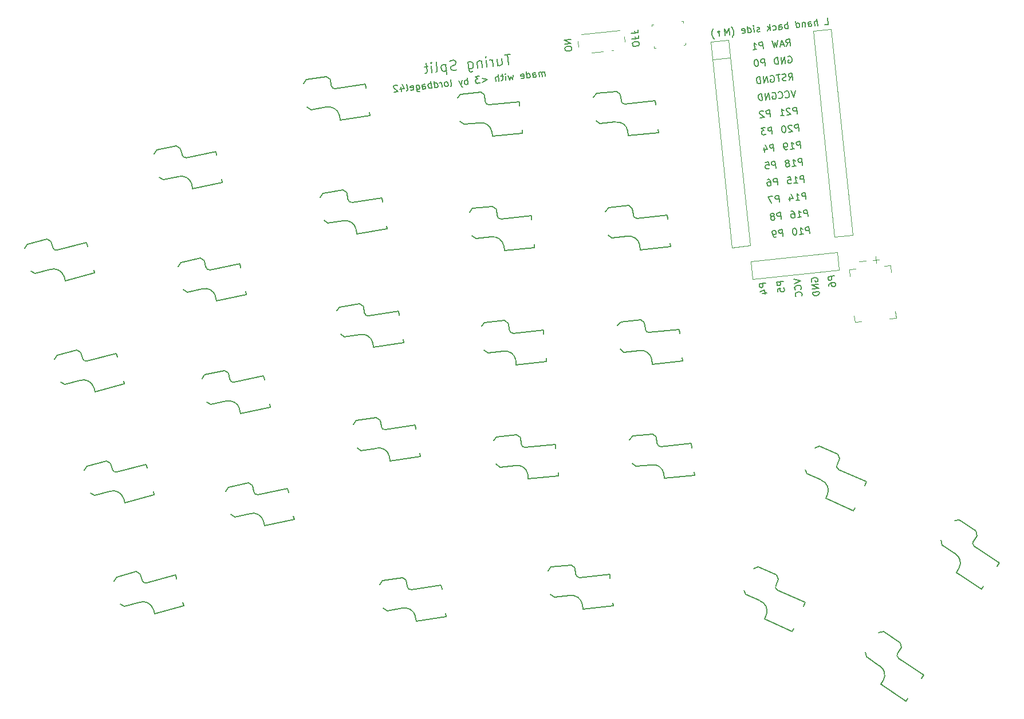
<source format=gbr>
%TF.GenerationSoftware,KiCad,Pcbnew,9.0.2*%
%TF.CreationDate,2025-05-27T05:35:02-06:00*%
%TF.ProjectId,keeb,6b656562-2e6b-4696-9361-645f70636258,v1.0.0*%
%TF.SameCoordinates,Original*%
%TF.FileFunction,Legend,Bot*%
%TF.FilePolarity,Positive*%
%FSLAX46Y46*%
G04 Gerber Fmt 4.6, Leading zero omitted, Abs format (unit mm)*
G04 Created by KiCad (PCBNEW 9.0.2) date 2025-05-27 05:35:02*
%MOMM*%
%LPD*%
G01*
G04 APERTURE LIST*
%ADD10C,0.150000*%
%ADD11C,0.120000*%
%ADD12C,0.100000*%
G04 APERTURE END LIST*
D10*
X105369878Y-18921222D02*
X105300193Y-18258207D01*
X105310148Y-18352923D02*
X105257812Y-18310543D01*
X105257812Y-18310543D02*
X105158118Y-18273140D01*
X105158118Y-18273140D02*
X105016043Y-18288072D01*
X105016043Y-18288072D02*
X104926305Y-18345386D01*
X104926305Y-18345386D02*
X104888902Y-18445079D01*
X104888902Y-18445079D02*
X104943655Y-18966019D01*
X104888902Y-18445079D02*
X104831588Y-18355341D01*
X104831588Y-18355341D02*
X104731894Y-18317938D01*
X104731894Y-18317938D02*
X104589820Y-18332870D01*
X104589820Y-18332870D02*
X104500081Y-18390183D01*
X104500081Y-18390183D02*
X104462678Y-18489877D01*
X104462678Y-18489877D02*
X104517431Y-19010817D01*
X103617626Y-19105391D02*
X103562873Y-18584451D01*
X103562873Y-18584451D02*
X103600276Y-18484757D01*
X103600276Y-18484757D02*
X103690015Y-18427443D01*
X103690015Y-18427443D02*
X103879447Y-18407533D01*
X103879447Y-18407533D02*
X103979141Y-18444936D01*
X103612648Y-19058033D02*
X103712342Y-19095436D01*
X103712342Y-19095436D02*
X103949133Y-19070548D01*
X103949133Y-19070548D02*
X104038872Y-19013235D01*
X104038872Y-19013235D02*
X104076275Y-18913541D01*
X104076275Y-18913541D02*
X104066320Y-18818824D01*
X104066320Y-18818824D02*
X104009007Y-18729086D01*
X104009007Y-18729086D02*
X103909313Y-18691682D01*
X103909313Y-18691682D02*
X103672522Y-18716570D01*
X103672522Y-18716570D02*
X103572828Y-18679167D01*
X102717820Y-19199964D02*
X102613292Y-18205442D01*
X102712842Y-19152606D02*
X102812536Y-19190009D01*
X102812536Y-19190009D02*
X103001969Y-19170099D01*
X103001969Y-19170099D02*
X103091708Y-19112786D01*
X103091708Y-19112786D02*
X103134089Y-19060450D01*
X103134089Y-19060450D02*
X103171492Y-18960756D01*
X103171492Y-18960756D02*
X103141626Y-18676607D01*
X103141626Y-18676607D02*
X103084313Y-18586868D01*
X103084313Y-18586868D02*
X103031977Y-18544487D01*
X103031977Y-18544487D02*
X102932284Y-18507084D01*
X102932284Y-18507084D02*
X102742851Y-18526994D01*
X102742851Y-18526994D02*
X102653112Y-18584308D01*
X101860395Y-19242202D02*
X101960089Y-19279605D01*
X101960089Y-19279605D02*
X102149522Y-19259695D01*
X102149522Y-19259695D02*
X102239261Y-19202381D01*
X102239261Y-19202381D02*
X102276664Y-19102687D01*
X102276664Y-19102687D02*
X102236843Y-18723822D01*
X102236843Y-18723822D02*
X102179530Y-18634083D01*
X102179530Y-18634083D02*
X102079836Y-18596680D01*
X102079836Y-18596680D02*
X101890403Y-18616590D01*
X101890403Y-18616590D02*
X101800665Y-18673904D01*
X101800665Y-18673904D02*
X101763261Y-18773597D01*
X101763261Y-18773597D02*
X101773217Y-18868314D01*
X101773217Y-18868314D02*
X102256753Y-18913255D01*
X100659090Y-18746006D02*
X100539343Y-19428931D01*
X100539343Y-19428931D02*
X100300135Y-18975260D01*
X100300135Y-18975260D02*
X100160478Y-19468752D01*
X100160478Y-19468752D02*
X99901359Y-18825647D01*
X99592179Y-19528482D02*
X99522494Y-18865468D01*
X99487651Y-18533960D02*
X99539987Y-18576341D01*
X99539987Y-18576341D02*
X99497606Y-18628677D01*
X99497606Y-18628677D02*
X99445270Y-18586296D01*
X99445270Y-18586296D02*
X99487651Y-18533960D01*
X99487651Y-18533960D02*
X99497606Y-18628677D01*
X99190987Y-18900310D02*
X98812121Y-18940131D01*
X99014070Y-18583736D02*
X99103665Y-19436183D01*
X99103665Y-19436183D02*
X99066262Y-19535877D01*
X99066262Y-19535877D02*
X98976523Y-19593190D01*
X98976523Y-19593190D02*
X98881807Y-19603145D01*
X98550299Y-19637988D02*
X98445771Y-18643466D01*
X98124076Y-19682786D02*
X98069323Y-19161846D01*
X98069323Y-19161846D02*
X98106726Y-19062152D01*
X98106726Y-19062152D02*
X98196465Y-19004839D01*
X98196465Y-19004839D02*
X98338539Y-18989906D01*
X98338539Y-18989906D02*
X98438233Y-19027309D01*
X98438233Y-19027309D02*
X98490569Y-19069690D01*
X96065346Y-19228828D02*
X96852942Y-19433337D01*
X96852942Y-19433337D02*
X96125076Y-19797127D01*
X95651638Y-18937141D02*
X95035981Y-19001850D01*
X95035981Y-19001850D02*
X95407309Y-19345872D01*
X95407309Y-19345872D02*
X95265235Y-19360805D01*
X95265235Y-19360805D02*
X95175496Y-19418118D01*
X95175496Y-19418118D02*
X95133115Y-19470454D01*
X95133115Y-19470454D02*
X95095712Y-19570148D01*
X95095712Y-19570148D02*
X95120600Y-19806939D01*
X95120600Y-19806939D02*
X95177913Y-19896678D01*
X95177913Y-19896678D02*
X95230249Y-19939058D01*
X95230249Y-19939058D02*
X95329943Y-19976461D01*
X95329943Y-19976461D02*
X95614092Y-19946596D01*
X95614092Y-19946596D02*
X95703831Y-19889283D01*
X95703831Y-19889283D02*
X95746211Y-19836947D01*
X93956555Y-20120810D02*
X93852027Y-19126288D01*
X93891847Y-19505154D02*
X93792153Y-19467751D01*
X93792153Y-19467751D02*
X93602720Y-19487661D01*
X93602720Y-19487661D02*
X93512981Y-19544974D01*
X93512981Y-19544974D02*
X93470601Y-19597310D01*
X93470601Y-19597310D02*
X93433198Y-19697004D01*
X93433198Y-19697004D02*
X93463063Y-19981153D01*
X93463063Y-19981153D02*
X93520376Y-20070892D01*
X93520376Y-20070892D02*
X93572712Y-20113272D01*
X93572712Y-20113272D02*
X93672406Y-20150675D01*
X93672406Y-20150675D02*
X93861839Y-20130765D01*
X93861839Y-20130765D02*
X93951577Y-20073452D01*
X93081780Y-19542414D02*
X92914675Y-20230316D01*
X92608198Y-19592189D02*
X92914675Y-20230316D01*
X92914675Y-20230316D02*
X93034279Y-20457152D01*
X93034279Y-20457152D02*
X93086615Y-20499533D01*
X93086615Y-20499533D02*
X93186309Y-20536936D01*
X91399212Y-20389598D02*
X91488951Y-20332284D01*
X91488951Y-20332284D02*
X91526354Y-20232591D01*
X91526354Y-20232591D02*
X91436758Y-19380143D01*
X90878272Y-20444351D02*
X90968011Y-20387037D01*
X90968011Y-20387037D02*
X91010391Y-20334702D01*
X91010391Y-20334702D02*
X91047794Y-20235008D01*
X91047794Y-20235008D02*
X91017929Y-19950859D01*
X91017929Y-19950859D02*
X90960616Y-19861120D01*
X90960616Y-19861120D02*
X90908280Y-19818739D01*
X90908280Y-19818739D02*
X90808586Y-19781336D01*
X90808586Y-19781336D02*
X90666512Y-19796269D01*
X90666512Y-19796269D02*
X90576773Y-19853582D01*
X90576773Y-19853582D02*
X90534392Y-19905918D01*
X90534392Y-19905918D02*
X90496989Y-20005612D01*
X90496989Y-20005612D02*
X90526854Y-20289761D01*
X90526854Y-20289761D02*
X90584168Y-20379500D01*
X90584168Y-20379500D02*
X90636503Y-20421880D01*
X90636503Y-20421880D02*
X90736197Y-20459283D01*
X90736197Y-20459283D02*
X90878272Y-20444351D01*
X90120541Y-20523992D02*
X90050855Y-19860977D01*
X90070765Y-20050410D02*
X90013452Y-19960671D01*
X90013452Y-19960671D02*
X89961116Y-19918290D01*
X89961116Y-19918290D02*
X89861422Y-19880887D01*
X89861422Y-19880887D02*
X89766706Y-19890842D01*
X89078660Y-20633498D02*
X88974132Y-19638976D01*
X89073683Y-20586139D02*
X89173377Y-20623542D01*
X89173377Y-20623542D02*
X89362809Y-20603632D01*
X89362809Y-20603632D02*
X89452548Y-20546319D01*
X89452548Y-20546319D02*
X89494929Y-20493983D01*
X89494929Y-20493983D02*
X89532332Y-20394289D01*
X89532332Y-20394289D02*
X89502467Y-20110140D01*
X89502467Y-20110140D02*
X89445153Y-20020401D01*
X89445153Y-20020401D02*
X89392818Y-19978021D01*
X89392818Y-19978021D02*
X89293124Y-19940618D01*
X89293124Y-19940618D02*
X89103691Y-19960528D01*
X89103691Y-19960528D02*
X89013952Y-20017841D01*
X88605078Y-20683273D02*
X88500550Y-19688751D01*
X88540370Y-20067617D02*
X88440676Y-20030214D01*
X88440676Y-20030214D02*
X88251244Y-20050124D01*
X88251244Y-20050124D02*
X88161505Y-20107437D01*
X88161505Y-20107437D02*
X88119124Y-20159773D01*
X88119124Y-20159773D02*
X88081721Y-20259467D01*
X88081721Y-20259467D02*
X88111586Y-20543616D01*
X88111586Y-20543616D02*
X88168900Y-20633355D01*
X88168900Y-20633355D02*
X88221235Y-20675735D01*
X88221235Y-20675735D02*
X88320929Y-20713138D01*
X88320929Y-20713138D02*
X88510362Y-20693228D01*
X88510362Y-20693228D02*
X88600101Y-20635915D01*
X87279049Y-20822644D02*
X87224296Y-20301704D01*
X87224296Y-20301704D02*
X87261699Y-20202010D01*
X87261699Y-20202010D02*
X87351438Y-20144697D01*
X87351438Y-20144697D02*
X87540871Y-20124787D01*
X87540871Y-20124787D02*
X87640565Y-20162190D01*
X87274072Y-20775286D02*
X87373765Y-20812689D01*
X87373765Y-20812689D02*
X87610556Y-20787801D01*
X87610556Y-20787801D02*
X87700295Y-20730488D01*
X87700295Y-20730488D02*
X87737698Y-20630794D01*
X87737698Y-20630794D02*
X87727743Y-20536078D01*
X87727743Y-20536078D02*
X87670430Y-20446339D01*
X87670430Y-20446339D02*
X87570736Y-20408936D01*
X87570736Y-20408936D02*
X87333945Y-20433824D01*
X87333945Y-20433824D02*
X87234251Y-20396421D01*
X86309558Y-20254203D02*
X86394176Y-21059292D01*
X86394176Y-21059292D02*
X86451489Y-21149031D01*
X86451489Y-21149031D02*
X86503825Y-21191412D01*
X86503825Y-21191412D02*
X86603519Y-21228815D01*
X86603519Y-21228815D02*
X86745594Y-21213882D01*
X86745594Y-21213882D02*
X86835332Y-21156569D01*
X86374266Y-20869860D02*
X86473960Y-20907263D01*
X86473960Y-20907263D02*
X86663393Y-20887352D01*
X86663393Y-20887352D02*
X86753131Y-20830039D01*
X86753131Y-20830039D02*
X86795512Y-20777703D01*
X86795512Y-20777703D02*
X86832915Y-20678009D01*
X86832915Y-20678009D02*
X86803050Y-20393860D01*
X86803050Y-20393860D02*
X86745737Y-20304122D01*
X86745737Y-20304122D02*
X86693401Y-20261741D01*
X86693401Y-20261741D02*
X86593707Y-20224338D01*
X86593707Y-20224338D02*
X86404274Y-20244248D01*
X86404274Y-20244248D02*
X86314535Y-20301561D01*
X85521819Y-20959455D02*
X85621512Y-20996858D01*
X85621512Y-20996858D02*
X85810945Y-20976948D01*
X85810945Y-20976948D02*
X85900684Y-20919635D01*
X85900684Y-20919635D02*
X85938087Y-20819941D01*
X85938087Y-20819941D02*
X85898267Y-20441076D01*
X85898267Y-20441076D02*
X85840953Y-20351337D01*
X85840953Y-20351337D02*
X85741260Y-20313934D01*
X85741260Y-20313934D02*
X85551827Y-20333844D01*
X85551827Y-20333844D02*
X85462088Y-20391157D01*
X85462088Y-20391157D02*
X85424685Y-20490851D01*
X85424685Y-20490851D02*
X85434640Y-20585567D01*
X85434640Y-20585567D02*
X85918177Y-20630508D01*
X84911139Y-21071522D02*
X85000878Y-21014208D01*
X85000878Y-21014208D02*
X85038281Y-20914514D01*
X85038281Y-20914514D02*
X84948686Y-20062067D01*
X84036364Y-20493125D02*
X84106050Y-21156140D01*
X84233335Y-20089372D02*
X84544789Y-20774857D01*
X84544789Y-20774857D02*
X83929132Y-20839565D01*
X83537895Y-20306110D02*
X83485559Y-20263729D01*
X83485559Y-20263729D02*
X83385865Y-20226326D01*
X83385865Y-20226326D02*
X83149074Y-20251214D01*
X83149074Y-20251214D02*
X83059335Y-20308527D01*
X83059335Y-20308527D02*
X83016955Y-20360863D01*
X83016955Y-20360863D02*
X82979551Y-20460557D01*
X82979551Y-20460557D02*
X82989507Y-20555273D01*
X82989507Y-20555273D02*
X83051797Y-20692370D01*
X83051797Y-20692370D02*
X83679826Y-21200938D01*
X83679826Y-21200938D02*
X83064170Y-21265646D01*
X100240122Y-15670932D02*
X99387675Y-15760528D01*
X99970691Y-17207513D02*
X99813899Y-15715730D01*
X98303343Y-16377250D02*
X98407871Y-17371772D01*
X98942678Y-16310053D02*
X99024808Y-17091463D01*
X99024808Y-17091463D02*
X98968703Y-17241004D01*
X98968703Y-17241004D02*
X98834095Y-17326974D01*
X98834095Y-17326974D02*
X98620983Y-17349373D01*
X98620983Y-17349373D02*
X98471442Y-17293268D01*
X98471442Y-17293268D02*
X98392939Y-17229697D01*
X97697498Y-17446435D02*
X97592970Y-16451913D01*
X97622835Y-16736062D02*
X97536865Y-16601454D01*
X97536865Y-16601454D02*
X97458362Y-16537883D01*
X97458362Y-16537883D02*
X97308821Y-16481778D01*
X97308821Y-16481778D02*
X97166746Y-16496711D01*
X96774014Y-17543497D02*
X96669486Y-16548975D01*
X96617221Y-16051714D02*
X96695725Y-16115285D01*
X96695725Y-16115285D02*
X96632154Y-16193789D01*
X96632154Y-16193789D02*
X96553651Y-16130218D01*
X96553651Y-16130218D02*
X96617221Y-16051714D01*
X96617221Y-16051714D02*
X96632154Y-16193789D01*
X95959113Y-16623638D02*
X96063641Y-17618160D01*
X95974045Y-16765713D02*
X95895542Y-16702142D01*
X95895542Y-16702142D02*
X95746001Y-16646037D01*
X95746001Y-16646037D02*
X95532889Y-16668436D01*
X95532889Y-16668436D02*
X95398281Y-16754406D01*
X95398281Y-16754406D02*
X95342176Y-16903947D01*
X95342176Y-16903947D02*
X95424306Y-17685357D01*
X93970069Y-16832695D02*
X94096996Y-18040329D01*
X94096996Y-18040329D02*
X94182966Y-18174937D01*
X94182966Y-18174937D02*
X94261470Y-18238508D01*
X94261470Y-18238508D02*
X94411011Y-18294613D01*
X94411011Y-18294613D02*
X94624122Y-18272214D01*
X94624122Y-18272214D02*
X94758731Y-18186244D01*
X94067131Y-17756180D02*
X94216672Y-17812284D01*
X94216672Y-17812284D02*
X94500821Y-17782419D01*
X94500821Y-17782419D02*
X94635429Y-17696449D01*
X94635429Y-17696449D02*
X94699000Y-17617946D01*
X94699000Y-17617946D02*
X94755105Y-17468405D01*
X94755105Y-17468405D02*
X94710307Y-17042181D01*
X94710307Y-17042181D02*
X94624337Y-16907573D01*
X94624337Y-16907573D02*
X94545833Y-16844002D01*
X94545833Y-16844002D02*
X94396292Y-16787897D01*
X94396292Y-16787897D02*
X94112143Y-16817763D01*
X94112143Y-16817763D02*
X93977535Y-16903733D01*
X92291199Y-17942838D02*
X92085553Y-18036274D01*
X92085553Y-18036274D02*
X91730367Y-18073606D01*
X91730367Y-18073606D02*
X91580826Y-18017501D01*
X91580826Y-18017501D02*
X91502323Y-17953930D01*
X91502323Y-17953930D02*
X91416353Y-17819322D01*
X91416353Y-17819322D02*
X91401420Y-17677247D01*
X91401420Y-17677247D02*
X91457525Y-17527706D01*
X91457525Y-17527706D02*
X91521096Y-17449203D01*
X91521096Y-17449203D02*
X91655704Y-17363233D01*
X91655704Y-17363233D02*
X91932387Y-17262330D01*
X91932387Y-17262330D02*
X92066995Y-17176360D01*
X92066995Y-17176360D02*
X92130566Y-17097857D01*
X92130566Y-17097857D02*
X92186670Y-16948316D01*
X92186670Y-16948316D02*
X92171738Y-16806241D01*
X92171738Y-16806241D02*
X92085768Y-16671633D01*
X92085768Y-16671633D02*
X92007264Y-16608062D01*
X92007264Y-16608062D02*
X91857723Y-16551958D01*
X91857723Y-16551958D02*
X91502537Y-16589289D01*
X91502537Y-16589289D02*
X91296892Y-16682725D01*
X90702354Y-17176146D02*
X90859147Y-18667929D01*
X90709821Y-17247183D02*
X90560280Y-17191078D01*
X90560280Y-17191078D02*
X90276131Y-17220944D01*
X90276131Y-17220944D02*
X90141522Y-17306914D01*
X90141522Y-17306914D02*
X90077951Y-17385417D01*
X90077951Y-17385417D02*
X90021847Y-17534958D01*
X90021847Y-17534958D02*
X90066645Y-17961182D01*
X90066645Y-17961182D02*
X90152615Y-18095790D01*
X90152615Y-18095790D02*
X90231118Y-18159361D01*
X90231118Y-18159361D02*
X90380659Y-18215466D01*
X90380659Y-18215466D02*
X90664808Y-18185600D01*
X90664808Y-18185600D02*
X90799416Y-18099630D01*
X89244063Y-18334927D02*
X89378671Y-18248957D01*
X89378671Y-18248957D02*
X89434775Y-18099416D01*
X89434775Y-18099416D02*
X89300382Y-16820745D01*
X88675765Y-18394657D02*
X88571236Y-17400135D01*
X88518972Y-16902874D02*
X88597475Y-16966445D01*
X88597475Y-16966445D02*
X88533905Y-17044949D01*
X88533905Y-17044949D02*
X88455401Y-16981378D01*
X88455401Y-16981378D02*
X88518972Y-16902874D01*
X88518972Y-16902874D02*
X88533905Y-17044949D01*
X88073975Y-17452400D02*
X87505677Y-17512130D01*
X87808599Y-16977538D02*
X87942993Y-18256209D01*
X87942993Y-18256209D02*
X87886888Y-18405750D01*
X87886888Y-18405750D02*
X87752280Y-18491719D01*
X87752280Y-18491719D02*
X87610205Y-18506652D01*
X137626245Y-14827085D02*
X137521717Y-13832563D01*
X137521717Y-13832563D02*
X137142851Y-13872384D01*
X137142851Y-13872384D02*
X137053113Y-13929697D01*
X137053113Y-13929697D02*
X137010732Y-13982033D01*
X137010732Y-13982033D02*
X136973329Y-14081726D01*
X136973329Y-14081726D02*
X136988262Y-14223801D01*
X136988262Y-14223801D02*
X137045575Y-14313540D01*
X137045575Y-14313540D02*
X137097911Y-14355921D01*
X137097911Y-14355921D02*
X137197604Y-14393324D01*
X137197604Y-14393324D02*
X137576470Y-14353503D01*
X136110784Y-14986367D02*
X136679082Y-14926636D01*
X136394933Y-14956501D02*
X136290404Y-13961979D01*
X136290404Y-13961979D02*
X136400053Y-14094099D01*
X136400053Y-14094099D02*
X136504725Y-14178860D01*
X136504725Y-14178860D02*
X136604419Y-14216263D01*
X141049769Y-14467259D02*
X141331501Y-13958834D01*
X141618067Y-14407528D02*
X141513538Y-13413006D01*
X141513538Y-13413006D02*
X141134673Y-13452827D01*
X141134673Y-13452827D02*
X141044934Y-13510140D01*
X141044934Y-13510140D02*
X141002554Y-13562476D01*
X141002554Y-13562476D02*
X140965150Y-13662169D01*
X140965150Y-13662169D02*
X140980083Y-13804244D01*
X140980083Y-13804244D02*
X141037396Y-13893983D01*
X141037396Y-13893983D02*
X141089732Y-13936363D01*
X141089732Y-13936363D02*
X141189426Y-13973767D01*
X141189426Y-13973767D02*
X141568291Y-13933946D01*
X140641038Y-14222930D02*
X140167456Y-14272705D01*
X140765620Y-14497124D02*
X140329584Y-13537445D01*
X140329584Y-13537445D02*
X140102605Y-14566810D01*
X139761285Y-13597175D02*
X139629023Y-14616585D01*
X139629023Y-14616585D02*
X139364927Y-13926122D01*
X139364927Y-13926122D02*
X139250158Y-14656405D01*
X139250158Y-14656405D02*
X138908838Y-13686771D01*
X137891747Y-17353171D02*
X137787219Y-16358649D01*
X137787219Y-16358649D02*
X137408353Y-16398470D01*
X137408353Y-16398470D02*
X137318615Y-16455783D01*
X137318615Y-16455783D02*
X137276234Y-16508119D01*
X137276234Y-16508119D02*
X137238831Y-16607812D01*
X137238831Y-16607812D02*
X137253764Y-16749887D01*
X137253764Y-16749887D02*
X137311077Y-16839626D01*
X137311077Y-16839626D02*
X137363413Y-16882007D01*
X137363413Y-16882007D02*
X137463106Y-16919410D01*
X137463106Y-16919410D02*
X137841972Y-16879589D01*
X136603264Y-16483088D02*
X136508548Y-16493043D01*
X136508548Y-16493043D02*
X136418809Y-16550356D01*
X136418809Y-16550356D02*
X136376429Y-16602692D01*
X136376429Y-16602692D02*
X136339025Y-16702386D01*
X136339025Y-16702386D02*
X136311577Y-16896796D01*
X136311577Y-16896796D02*
X136336465Y-17133587D01*
X136336465Y-17133587D02*
X136403734Y-17318042D01*
X136403734Y-17318042D02*
X136461047Y-17407781D01*
X136461047Y-17407781D02*
X136513383Y-17450162D01*
X136513383Y-17450162D02*
X136613076Y-17487565D01*
X136613076Y-17487565D02*
X136707793Y-17477610D01*
X136707793Y-17477610D02*
X136797532Y-17420296D01*
X136797532Y-17420296D02*
X136839912Y-17367961D01*
X136839912Y-17367961D02*
X136877315Y-17268267D01*
X136877315Y-17268267D02*
X136904763Y-17073857D01*
X136904763Y-17073857D02*
X136879876Y-16837066D01*
X136879876Y-16837066D02*
X136812607Y-16652610D01*
X136812607Y-16652610D02*
X136755294Y-16562872D01*
X136755294Y-16562872D02*
X136702958Y-16520491D01*
X136702958Y-16520491D02*
X136603264Y-16483088D01*
X141286758Y-16038714D02*
X141376496Y-15981400D01*
X141376496Y-15981400D02*
X141518571Y-15966468D01*
X141518571Y-15966468D02*
X141665623Y-15998893D01*
X141665623Y-15998893D02*
X141770295Y-16083655D01*
X141770295Y-16083655D02*
X141827608Y-16173393D01*
X141827608Y-16173393D02*
X141894876Y-16357849D01*
X141894876Y-16357849D02*
X141909809Y-16499923D01*
X141909809Y-16499923D02*
X141882361Y-16694333D01*
X141882361Y-16694333D02*
X141844958Y-16794027D01*
X141844958Y-16794027D02*
X141760196Y-16898699D01*
X141760196Y-16898699D02*
X141623099Y-16960990D01*
X141623099Y-16960990D02*
X141528383Y-16970945D01*
X141528383Y-16970945D02*
X141381331Y-16938519D01*
X141381331Y-16938519D02*
X141328995Y-16896138D01*
X141328995Y-16896138D02*
X141294152Y-16564631D01*
X141294152Y-16564631D02*
X141483585Y-16544721D01*
X140912727Y-17035653D02*
X140808198Y-16041131D01*
X140808198Y-16041131D02*
X140344428Y-17095383D01*
X140344428Y-17095383D02*
X140239900Y-16100861D01*
X139870847Y-17145159D02*
X139766318Y-16150637D01*
X139766318Y-16150637D02*
X139529527Y-16175525D01*
X139529527Y-16175525D02*
X139392430Y-16237815D01*
X139392430Y-16237815D02*
X139307669Y-16342487D01*
X139307669Y-16342487D02*
X139270266Y-16442181D01*
X139270266Y-16442181D02*
X139242818Y-16636591D01*
X139242818Y-16636591D02*
X139257750Y-16778666D01*
X139257750Y-16778666D02*
X139325019Y-16963121D01*
X139325019Y-16963121D02*
X139382332Y-17052860D01*
X139382332Y-17052860D02*
X139487004Y-17137621D01*
X139487004Y-17137621D02*
X139634056Y-17170047D01*
X139634056Y-17170047D02*
X139870847Y-17145159D01*
X138668146Y-18867932D02*
X138757884Y-18810618D01*
X138757884Y-18810618D02*
X138899959Y-18795686D01*
X138899959Y-18795686D02*
X139047011Y-18828111D01*
X139047011Y-18828111D02*
X139151683Y-18912873D01*
X139151683Y-18912873D02*
X139208996Y-19002611D01*
X139208996Y-19002611D02*
X139276264Y-19187067D01*
X139276264Y-19187067D02*
X139291197Y-19329141D01*
X139291197Y-19329141D02*
X139263749Y-19523551D01*
X139263749Y-19523551D02*
X139226346Y-19623245D01*
X139226346Y-19623245D02*
X139141584Y-19727917D01*
X139141584Y-19727917D02*
X139004487Y-19790208D01*
X139004487Y-19790208D02*
X138909771Y-19800163D01*
X138909771Y-19800163D02*
X138762719Y-19767737D01*
X138762719Y-19767737D02*
X138710383Y-19725356D01*
X138710383Y-19725356D02*
X138675540Y-19393849D01*
X138675540Y-19393849D02*
X138864973Y-19373939D01*
X138294115Y-19864871D02*
X138189586Y-18870349D01*
X138189586Y-18870349D02*
X137725816Y-19924601D01*
X137725816Y-19924601D02*
X137621288Y-18930079D01*
X137252235Y-19974377D02*
X137147706Y-18979855D01*
X137147706Y-18979855D02*
X136910915Y-19004743D01*
X136910915Y-19004743D02*
X136773818Y-19067033D01*
X136773818Y-19067033D02*
X136689057Y-19171705D01*
X136689057Y-19171705D02*
X136651654Y-19271399D01*
X136651654Y-19271399D02*
X136624206Y-19465809D01*
X136624206Y-19465809D02*
X136639138Y-19607884D01*
X136639138Y-19607884D02*
X136706407Y-19792339D01*
X136706407Y-19792339D02*
X136763720Y-19882078D01*
X136763720Y-19882078D02*
X136868392Y-19966839D01*
X136868392Y-19966839D02*
X137015444Y-19999265D01*
X137015444Y-19999265D02*
X137252235Y-19974377D01*
X141438699Y-19534362D02*
X141720431Y-19025938D01*
X142006998Y-19474632D02*
X141902469Y-18480110D01*
X141902469Y-18480110D02*
X141523604Y-18519930D01*
X141523604Y-18519930D02*
X141433865Y-18577243D01*
X141433865Y-18577243D02*
X141391484Y-18629579D01*
X141391484Y-18629579D02*
X141354081Y-18729273D01*
X141354081Y-18729273D02*
X141369014Y-18871348D01*
X141369014Y-18871348D02*
X141426327Y-18961086D01*
X141426327Y-18961086D02*
X141478663Y-19003467D01*
X141478663Y-19003467D02*
X141578357Y-19040870D01*
X141578357Y-19040870D02*
X141957222Y-19001050D01*
X141054856Y-19526824D02*
X140917759Y-19589115D01*
X140917759Y-19589115D02*
X140680968Y-19614003D01*
X140680968Y-19614003D02*
X140581274Y-19576600D01*
X140581274Y-19576600D02*
X140528939Y-19534219D01*
X140528939Y-19534219D02*
X140471625Y-19444480D01*
X140471625Y-19444480D02*
X140461670Y-19349764D01*
X140461670Y-19349764D02*
X140499073Y-19250070D01*
X140499073Y-19250070D02*
X140541454Y-19197734D01*
X140541454Y-19197734D02*
X140631193Y-19140421D01*
X140631193Y-19140421D02*
X140815648Y-19073153D01*
X140815648Y-19073153D02*
X140905387Y-19015839D01*
X140905387Y-19015839D02*
X140947768Y-18963504D01*
X140947768Y-18963504D02*
X140985171Y-18863810D01*
X140985171Y-18863810D02*
X140975216Y-18769093D01*
X140975216Y-18769093D02*
X140917902Y-18679355D01*
X140917902Y-18679355D02*
X140865567Y-18636974D01*
X140865567Y-18636974D02*
X140765873Y-18599571D01*
X140765873Y-18599571D02*
X140529082Y-18624459D01*
X140529082Y-18624459D02*
X140391985Y-18686749D01*
X140102858Y-18669257D02*
X139534560Y-18728987D01*
X139923237Y-19693644D02*
X139818709Y-18699122D01*
X138933649Y-21394018D02*
X139023387Y-21336704D01*
X139023387Y-21336704D02*
X139165462Y-21321772D01*
X139165462Y-21321772D02*
X139312514Y-21354197D01*
X139312514Y-21354197D02*
X139417186Y-21438959D01*
X139417186Y-21438959D02*
X139474499Y-21528697D01*
X139474499Y-21528697D02*
X139541767Y-21713153D01*
X139541767Y-21713153D02*
X139556700Y-21855227D01*
X139556700Y-21855227D02*
X139529252Y-22049637D01*
X139529252Y-22049637D02*
X139491849Y-22149331D01*
X139491849Y-22149331D02*
X139407087Y-22254003D01*
X139407087Y-22254003D02*
X139269990Y-22316294D01*
X139269990Y-22316294D02*
X139175274Y-22326249D01*
X139175274Y-22326249D02*
X139028222Y-22293823D01*
X139028222Y-22293823D02*
X138975886Y-22251442D01*
X138975886Y-22251442D02*
X138941043Y-21919935D01*
X138941043Y-21919935D02*
X139130476Y-21900025D01*
X138559618Y-22390957D02*
X138455089Y-21396435D01*
X138455089Y-21396435D02*
X137991319Y-22450687D01*
X137991319Y-22450687D02*
X137886791Y-21456165D01*
X137517738Y-22500463D02*
X137413209Y-21505941D01*
X137413209Y-21505941D02*
X137176418Y-21530829D01*
X137176418Y-21530829D02*
X137039321Y-21593119D01*
X137039321Y-21593119D02*
X136954560Y-21697791D01*
X136954560Y-21697791D02*
X136917157Y-21797485D01*
X136917157Y-21797485D02*
X136889709Y-21991895D01*
X136889709Y-21991895D02*
X136904641Y-22133970D01*
X136904641Y-22133970D02*
X136971910Y-22318425D01*
X136971910Y-22318425D02*
X137029223Y-22408164D01*
X137029223Y-22408164D02*
X137133895Y-22492925D01*
X137133895Y-22492925D02*
X137280947Y-22525351D01*
X137280947Y-22525351D02*
X137517738Y-22500463D01*
X142381082Y-20983796D02*
X142154104Y-22013161D01*
X142154104Y-22013161D02*
X141718068Y-21053482D01*
X140912835Y-22047860D02*
X140965171Y-22090241D01*
X140965171Y-22090241D02*
X141112223Y-22122667D01*
X141112223Y-22122667D02*
X141206940Y-22112712D01*
X141206940Y-22112712D02*
X141344037Y-22050421D01*
X141344037Y-22050421D02*
X141428798Y-21945749D01*
X141428798Y-21945749D02*
X141466201Y-21846055D01*
X141466201Y-21846055D02*
X141493649Y-21651645D01*
X141493649Y-21651645D02*
X141478716Y-21509570D01*
X141478716Y-21509570D02*
X141411448Y-21325115D01*
X141411448Y-21325115D02*
X141354135Y-21235376D01*
X141354135Y-21235376D02*
X141249463Y-21150615D01*
X141249463Y-21150615D02*
X141102411Y-21118190D01*
X141102411Y-21118190D02*
X141007695Y-21128145D01*
X141007695Y-21128145D02*
X140870598Y-21190436D01*
X140870598Y-21190436D02*
X140828217Y-21242771D01*
X139918314Y-22152389D02*
X139970649Y-22194770D01*
X139970649Y-22194770D02*
X140117701Y-22227195D01*
X140117701Y-22227195D02*
X140212418Y-22217240D01*
X140212418Y-22217240D02*
X140349515Y-22154949D01*
X140349515Y-22154949D02*
X140434276Y-22050278D01*
X140434276Y-22050278D02*
X140471679Y-21950584D01*
X140471679Y-21950584D02*
X140499127Y-21756173D01*
X140499127Y-21756173D02*
X140484195Y-21614099D01*
X140484195Y-21614099D02*
X140416926Y-21429644D01*
X140416926Y-21429644D02*
X140359613Y-21339905D01*
X140359613Y-21339905D02*
X140254941Y-21255144D01*
X140254941Y-21255144D02*
X140107889Y-21222718D01*
X140107889Y-21222718D02*
X140013173Y-21232673D01*
X140013173Y-21232673D02*
X139876076Y-21294964D01*
X139876076Y-21294964D02*
X139833695Y-21347300D01*
X138688254Y-24931427D02*
X138583726Y-23936905D01*
X138583726Y-23936905D02*
X138204860Y-23976726D01*
X138204860Y-23976726D02*
X138115122Y-24034039D01*
X138115122Y-24034039D02*
X138072741Y-24086375D01*
X138072741Y-24086375D02*
X138035338Y-24186068D01*
X138035338Y-24186068D02*
X138050271Y-24328143D01*
X138050271Y-24328143D02*
X138107584Y-24417882D01*
X138107584Y-24417882D02*
X138159920Y-24460263D01*
X138159920Y-24460263D02*
X138259613Y-24497666D01*
X138259613Y-24497666D02*
X138638479Y-24457845D01*
X137646517Y-24131172D02*
X137594182Y-24088792D01*
X137594182Y-24088792D02*
X137494488Y-24051389D01*
X137494488Y-24051389D02*
X137257697Y-24076276D01*
X137257697Y-24076276D02*
X137167958Y-24133590D01*
X137167958Y-24133590D02*
X137125577Y-24185925D01*
X137125577Y-24185925D02*
X137088174Y-24285619D01*
X137088174Y-24285619D02*
X137098129Y-24380336D01*
X137098129Y-24380336D02*
X137160420Y-24517433D01*
X137160420Y-24517433D02*
X137788449Y-25026000D01*
X137788449Y-25026000D02*
X137172793Y-25090709D01*
X142632718Y-24516848D02*
X142528189Y-23522326D01*
X142528189Y-23522326D02*
X142149324Y-23562146D01*
X142149324Y-23562146D02*
X142059585Y-23619459D01*
X142059585Y-23619459D02*
X142017204Y-23671795D01*
X142017204Y-23671795D02*
X141979801Y-23771489D01*
X141979801Y-23771489D02*
X141994734Y-23913564D01*
X141994734Y-23913564D02*
X142052047Y-24003302D01*
X142052047Y-24003302D02*
X142104383Y-24045683D01*
X142104383Y-24045683D02*
X142204077Y-24083086D01*
X142204077Y-24083086D02*
X142582942Y-24043266D01*
X141590981Y-23716593D02*
X141538645Y-23674212D01*
X141538645Y-23674212D02*
X141438951Y-23636809D01*
X141438951Y-23636809D02*
X141202160Y-23661697D01*
X141202160Y-23661697D02*
X141112421Y-23719010D01*
X141112421Y-23719010D02*
X141070041Y-23771346D01*
X141070041Y-23771346D02*
X141032638Y-23871040D01*
X141032638Y-23871040D02*
X141042593Y-23965756D01*
X141042593Y-23965756D02*
X141104884Y-24102853D01*
X141104884Y-24102853D02*
X141732912Y-24611421D01*
X141732912Y-24611421D02*
X141117256Y-24676129D01*
X140170092Y-24775680D02*
X140738390Y-24715949D01*
X140454241Y-24745815D02*
X140349713Y-23751293D01*
X140349713Y-23751293D02*
X140459362Y-23883412D01*
X140459362Y-23883412D02*
X140564033Y-23968174D01*
X140564033Y-23968174D02*
X140663727Y-24005577D01*
X138953756Y-27457513D02*
X138849228Y-26462991D01*
X138849228Y-26462991D02*
X138470362Y-26502812D01*
X138470362Y-26502812D02*
X138380624Y-26560125D01*
X138380624Y-26560125D02*
X138338243Y-26612461D01*
X138338243Y-26612461D02*
X138300840Y-26712154D01*
X138300840Y-26712154D02*
X138315773Y-26854229D01*
X138315773Y-26854229D02*
X138373086Y-26943968D01*
X138373086Y-26943968D02*
X138425422Y-26986349D01*
X138425422Y-26986349D02*
X138525115Y-27023752D01*
X138525115Y-27023752D02*
X138903981Y-26983931D01*
X137949422Y-26557565D02*
X137333766Y-26622273D01*
X137333766Y-26622273D02*
X137705094Y-26966295D01*
X137705094Y-26966295D02*
X137563019Y-26981228D01*
X137563019Y-26981228D02*
X137473280Y-27038541D01*
X137473280Y-27038541D02*
X137430900Y-27090877D01*
X137430900Y-27090877D02*
X137393497Y-27190571D01*
X137393497Y-27190571D02*
X137418384Y-27427362D01*
X137418384Y-27427362D02*
X137475698Y-27517101D01*
X137475698Y-27517101D02*
X137528033Y-27559481D01*
X137528033Y-27559481D02*
X137627727Y-27596884D01*
X137627727Y-27596884D02*
X137911876Y-27567019D01*
X137911876Y-27567019D02*
X138001615Y-27509706D01*
X138001615Y-27509706D02*
X138043996Y-27457370D01*
X142898221Y-27042934D02*
X142793692Y-26048412D01*
X142793692Y-26048412D02*
X142414827Y-26088232D01*
X142414827Y-26088232D02*
X142325088Y-26145545D01*
X142325088Y-26145545D02*
X142282707Y-26197881D01*
X142282707Y-26197881D02*
X142245304Y-26297575D01*
X142245304Y-26297575D02*
X142260237Y-26439650D01*
X142260237Y-26439650D02*
X142317550Y-26529388D01*
X142317550Y-26529388D02*
X142369886Y-26571769D01*
X142369886Y-26571769D02*
X142469580Y-26609172D01*
X142469580Y-26609172D02*
X142848445Y-26569352D01*
X141856484Y-26242679D02*
X141804148Y-26200298D01*
X141804148Y-26200298D02*
X141704454Y-26162895D01*
X141704454Y-26162895D02*
X141467663Y-26187783D01*
X141467663Y-26187783D02*
X141377924Y-26245096D01*
X141377924Y-26245096D02*
X141335544Y-26297432D01*
X141335544Y-26297432D02*
X141298141Y-26397126D01*
X141298141Y-26397126D02*
X141308096Y-26491842D01*
X141308096Y-26491842D02*
X141370387Y-26628939D01*
X141370387Y-26628939D02*
X141998415Y-27137507D01*
X141998415Y-27137507D02*
X141382759Y-27202215D01*
X140662574Y-26272401D02*
X140567858Y-26282356D01*
X140567858Y-26282356D02*
X140478119Y-26339670D01*
X140478119Y-26339670D02*
X140435738Y-26392005D01*
X140435738Y-26392005D02*
X140398335Y-26491699D01*
X140398335Y-26491699D02*
X140370887Y-26686110D01*
X140370887Y-26686110D02*
X140395775Y-26922900D01*
X140395775Y-26922900D02*
X140463043Y-27107356D01*
X140463043Y-27107356D02*
X140520356Y-27197095D01*
X140520356Y-27197095D02*
X140572692Y-27239475D01*
X140572692Y-27239475D02*
X140672386Y-27276878D01*
X140672386Y-27276878D02*
X140767102Y-27266923D01*
X140767102Y-27266923D02*
X140856841Y-27209610D01*
X140856841Y-27209610D02*
X140899222Y-27157274D01*
X140899222Y-27157274D02*
X140936625Y-27057580D01*
X140936625Y-27057580D02*
X140964073Y-26863170D01*
X140964073Y-26863170D02*
X140939185Y-26626379D01*
X140939185Y-26626379D02*
X140871917Y-26441924D01*
X140871917Y-26441924D02*
X140814604Y-26352185D01*
X140814604Y-26352185D02*
X140762268Y-26309804D01*
X140762268Y-26309804D02*
X140662574Y-26272401D01*
X139219259Y-29983599D02*
X139114731Y-28989077D01*
X139114731Y-28989077D02*
X138735865Y-29028898D01*
X138735865Y-29028898D02*
X138646127Y-29086211D01*
X138646127Y-29086211D02*
X138603746Y-29138547D01*
X138603746Y-29138547D02*
X138566343Y-29238240D01*
X138566343Y-29238240D02*
X138581276Y-29380315D01*
X138581276Y-29380315D02*
X138638589Y-29470054D01*
X138638589Y-29470054D02*
X138690925Y-29512435D01*
X138690925Y-29512435D02*
X138790618Y-29549838D01*
X138790618Y-29549838D02*
X139169484Y-29510017D01*
X137728828Y-29469911D02*
X137798514Y-30132925D01*
X137925799Y-29066158D02*
X138237253Y-29751643D01*
X138237253Y-29751643D02*
X137621596Y-29816351D01*
X143163723Y-29569019D02*
X143059194Y-28574497D01*
X143059194Y-28574497D02*
X142680329Y-28614317D01*
X142680329Y-28614317D02*
X142590590Y-28671630D01*
X142590590Y-28671630D02*
X142548209Y-28723966D01*
X142548209Y-28723966D02*
X142510806Y-28823660D01*
X142510806Y-28823660D02*
X142525739Y-28965735D01*
X142525739Y-28965735D02*
X142583052Y-29055473D01*
X142583052Y-29055473D02*
X142635388Y-29097854D01*
X142635388Y-29097854D02*
X142735082Y-29135257D01*
X142735082Y-29135257D02*
X143113947Y-29095437D01*
X141648261Y-29728300D02*
X142216559Y-29668569D01*
X141932410Y-29698435D02*
X141827882Y-28703913D01*
X141827882Y-28703913D02*
X141937531Y-28836032D01*
X141937531Y-28836032D02*
X142042202Y-28920794D01*
X142042202Y-28920794D02*
X142141896Y-28958197D01*
X141174679Y-29778076D02*
X140985246Y-29797986D01*
X140985246Y-29797986D02*
X140885552Y-29760583D01*
X140885552Y-29760583D02*
X140833217Y-29718202D01*
X140833217Y-29718202D02*
X140723568Y-29586082D01*
X140723568Y-29586082D02*
X140656299Y-29401627D01*
X140656299Y-29401627D02*
X140616479Y-29022762D01*
X140616479Y-29022762D02*
X140653882Y-28923068D01*
X140653882Y-28923068D02*
X140696263Y-28870732D01*
X140696263Y-28870732D02*
X140786001Y-28813419D01*
X140786001Y-28813419D02*
X140975434Y-28793509D01*
X140975434Y-28793509D02*
X141075128Y-28830912D01*
X141075128Y-28830912D02*
X141127464Y-28873292D01*
X141127464Y-28873292D02*
X141184777Y-28963031D01*
X141184777Y-28963031D02*
X141209665Y-29199822D01*
X141209665Y-29199822D02*
X141172262Y-29299516D01*
X141172262Y-29299516D02*
X141129881Y-29351852D01*
X141129881Y-29351852D02*
X141040142Y-29409165D01*
X141040142Y-29409165D02*
X140850709Y-29429075D01*
X140850709Y-29429075D02*
X140751016Y-29391672D01*
X140751016Y-29391672D02*
X140698680Y-29349292D01*
X140698680Y-29349292D02*
X140641367Y-29259553D01*
X139484761Y-32509684D02*
X139380233Y-31515162D01*
X139380233Y-31515162D02*
X139001367Y-31554983D01*
X139001367Y-31554983D02*
X138911629Y-31612296D01*
X138911629Y-31612296D02*
X138869248Y-31664632D01*
X138869248Y-31664632D02*
X138831845Y-31764325D01*
X138831845Y-31764325D02*
X138846778Y-31906400D01*
X138846778Y-31906400D02*
X138904091Y-31996139D01*
X138904091Y-31996139D02*
X138956427Y-32038520D01*
X138956427Y-32038520D02*
X139056120Y-32075923D01*
X139056120Y-32075923D02*
X139434986Y-32036102D01*
X137912129Y-31669466D02*
X138385711Y-31619691D01*
X138385711Y-31619691D02*
X138482845Y-32088295D01*
X138482845Y-32088295D02*
X138430509Y-32045914D01*
X138430509Y-32045914D02*
X138330815Y-32008511D01*
X138330815Y-32008511D02*
X138094024Y-32033399D01*
X138094024Y-32033399D02*
X138004285Y-32090712D01*
X138004285Y-32090712D02*
X137961905Y-32143048D01*
X137961905Y-32143048D02*
X137924502Y-32242742D01*
X137924502Y-32242742D02*
X137949389Y-32479533D01*
X137949389Y-32479533D02*
X138006703Y-32569272D01*
X138006703Y-32569272D02*
X138059038Y-32611652D01*
X138059038Y-32611652D02*
X138158732Y-32649055D01*
X138158732Y-32649055D02*
X138395523Y-32624168D01*
X138395523Y-32624168D02*
X138485262Y-32566854D01*
X138485262Y-32566854D02*
X138527643Y-32514519D01*
X143429225Y-32095105D02*
X143324696Y-31100583D01*
X143324696Y-31100583D02*
X142945831Y-31140403D01*
X142945831Y-31140403D02*
X142856092Y-31197716D01*
X142856092Y-31197716D02*
X142813711Y-31250052D01*
X142813711Y-31250052D02*
X142776308Y-31349746D01*
X142776308Y-31349746D02*
X142791241Y-31491821D01*
X142791241Y-31491821D02*
X142848554Y-31581559D01*
X142848554Y-31581559D02*
X142900890Y-31623940D01*
X142900890Y-31623940D02*
X143000584Y-31661343D01*
X143000584Y-31661343D02*
X143379449Y-31621523D01*
X141913763Y-32254386D02*
X142482061Y-32194655D01*
X142197912Y-32224521D02*
X142093384Y-31229999D01*
X142093384Y-31229999D02*
X142203033Y-31362118D01*
X142203033Y-31362118D02*
X142307704Y-31446880D01*
X142307704Y-31446880D02*
X142407398Y-31484283D01*
X141285734Y-31745818D02*
X141375473Y-31688505D01*
X141375473Y-31688505D02*
X141417854Y-31636169D01*
X141417854Y-31636169D02*
X141455257Y-31536475D01*
X141455257Y-31536475D02*
X141450279Y-31489117D01*
X141450279Y-31489117D02*
X141392966Y-31399378D01*
X141392966Y-31399378D02*
X141340630Y-31356998D01*
X141340630Y-31356998D02*
X141240936Y-31319595D01*
X141240936Y-31319595D02*
X141051503Y-31339505D01*
X141051503Y-31339505D02*
X140961765Y-31396818D01*
X140961765Y-31396818D02*
X140919384Y-31449154D01*
X140919384Y-31449154D02*
X140881981Y-31548848D01*
X140881981Y-31548848D02*
X140886958Y-31596206D01*
X140886958Y-31596206D02*
X140944272Y-31685945D01*
X140944272Y-31685945D02*
X140996607Y-31728325D01*
X140996607Y-31728325D02*
X141096301Y-31765729D01*
X141096301Y-31765729D02*
X141285734Y-31745818D01*
X141285734Y-31745818D02*
X141385428Y-31783221D01*
X141385428Y-31783221D02*
X141437764Y-31825602D01*
X141437764Y-31825602D02*
X141495077Y-31915341D01*
X141495077Y-31915341D02*
X141514987Y-32104774D01*
X141514987Y-32104774D02*
X141477584Y-32204468D01*
X141477584Y-32204468D02*
X141435203Y-32256803D01*
X141435203Y-32256803D02*
X141345465Y-32314117D01*
X141345465Y-32314117D02*
X141156032Y-32334027D01*
X141156032Y-32334027D02*
X141056338Y-32296624D01*
X141056338Y-32296624D02*
X141004002Y-32254243D01*
X141004002Y-32254243D02*
X140946689Y-32164504D01*
X140946689Y-32164504D02*
X140926779Y-31975071D01*
X140926779Y-31975071D02*
X140964182Y-31875378D01*
X140964182Y-31875378D02*
X141006562Y-31823042D01*
X141006562Y-31823042D02*
X141096301Y-31765729D01*
X139750263Y-35035770D02*
X139645735Y-34041248D01*
X139645735Y-34041248D02*
X139266869Y-34081069D01*
X139266869Y-34081069D02*
X139177131Y-34138382D01*
X139177131Y-34138382D02*
X139134750Y-34190718D01*
X139134750Y-34190718D02*
X139097347Y-34290411D01*
X139097347Y-34290411D02*
X139112280Y-34432486D01*
X139112280Y-34432486D02*
X139169593Y-34522225D01*
X139169593Y-34522225D02*
X139221929Y-34564606D01*
X139221929Y-34564606D02*
X139321622Y-34602009D01*
X139321622Y-34602009D02*
X139700488Y-34562188D01*
X138224989Y-34190575D02*
X138414422Y-34170664D01*
X138414422Y-34170664D02*
X138514116Y-34208067D01*
X138514116Y-34208067D02*
X138566452Y-34250448D01*
X138566452Y-34250448D02*
X138676101Y-34382568D01*
X138676101Y-34382568D02*
X138743369Y-34567023D01*
X138743369Y-34567023D02*
X138783190Y-34945888D01*
X138783190Y-34945888D02*
X138745786Y-35045582D01*
X138745786Y-35045582D02*
X138703406Y-35097918D01*
X138703406Y-35097918D02*
X138613667Y-35155231D01*
X138613667Y-35155231D02*
X138424234Y-35175141D01*
X138424234Y-35175141D02*
X138324540Y-35137738D01*
X138324540Y-35137738D02*
X138272205Y-35095358D01*
X138272205Y-35095358D02*
X138214891Y-35005619D01*
X138214891Y-35005619D02*
X138190004Y-34768828D01*
X138190004Y-34768828D02*
X138227407Y-34669134D01*
X138227407Y-34669134D02*
X138269787Y-34616798D01*
X138269787Y-34616798D02*
X138359526Y-34559485D01*
X138359526Y-34559485D02*
X138548959Y-34539575D01*
X138548959Y-34539575D02*
X138648653Y-34576978D01*
X138648653Y-34576978D02*
X138700989Y-34619359D01*
X138700989Y-34619359D02*
X138758302Y-34709097D01*
X143694728Y-34621191D02*
X143590199Y-33626669D01*
X143590199Y-33626669D02*
X143211334Y-33666489D01*
X143211334Y-33666489D02*
X143121595Y-33723802D01*
X143121595Y-33723802D02*
X143079214Y-33776138D01*
X143079214Y-33776138D02*
X143041811Y-33875832D01*
X143041811Y-33875832D02*
X143056744Y-34017907D01*
X143056744Y-34017907D02*
X143114057Y-34107645D01*
X143114057Y-34107645D02*
X143166393Y-34150026D01*
X143166393Y-34150026D02*
X143266087Y-34187429D01*
X143266087Y-34187429D02*
X143644952Y-34147609D01*
X142179266Y-34780472D02*
X142747564Y-34720741D01*
X142463415Y-34750607D02*
X142358887Y-33756085D01*
X142358887Y-33756085D02*
X142468536Y-33888204D01*
X142468536Y-33888204D02*
X142573207Y-33972966D01*
X142573207Y-33972966D02*
X142672901Y-34010369D01*
X141174932Y-33880524D02*
X141648514Y-33830748D01*
X141648514Y-33830748D02*
X141745647Y-34299352D01*
X141745647Y-34299352D02*
X141693312Y-34256972D01*
X141693312Y-34256972D02*
X141593618Y-34219569D01*
X141593618Y-34219569D02*
X141356827Y-34244456D01*
X141356827Y-34244456D02*
X141267088Y-34301770D01*
X141267088Y-34301770D02*
X141224707Y-34354105D01*
X141224707Y-34354105D02*
X141187304Y-34453799D01*
X141187304Y-34453799D02*
X141212192Y-34690590D01*
X141212192Y-34690590D02*
X141269505Y-34780329D01*
X141269505Y-34780329D02*
X141321841Y-34822710D01*
X141321841Y-34822710D02*
X141421535Y-34860113D01*
X141421535Y-34860113D02*
X141658326Y-34835225D01*
X141658326Y-34835225D02*
X141748065Y-34777912D01*
X141748065Y-34777912D02*
X141790445Y-34725576D01*
X140015766Y-37561856D02*
X139911238Y-36567334D01*
X139911238Y-36567334D02*
X139532372Y-36607155D01*
X139532372Y-36607155D02*
X139442634Y-36664468D01*
X139442634Y-36664468D02*
X139400253Y-36716804D01*
X139400253Y-36716804D02*
X139362850Y-36816497D01*
X139362850Y-36816497D02*
X139377783Y-36958572D01*
X139377783Y-36958572D02*
X139435096Y-37048311D01*
X139435096Y-37048311D02*
X139487432Y-37090692D01*
X139487432Y-37090692D02*
X139587125Y-37128095D01*
X139587125Y-37128095D02*
X139965991Y-37088274D01*
X139011432Y-36661908D02*
X138348418Y-36731593D01*
X138348418Y-36731593D02*
X138879170Y-37681317D01*
X143960230Y-37147276D02*
X143855701Y-36152754D01*
X143855701Y-36152754D02*
X143476836Y-36192574D01*
X143476836Y-36192574D02*
X143387097Y-36249887D01*
X143387097Y-36249887D02*
X143344716Y-36302223D01*
X143344716Y-36302223D02*
X143307313Y-36401917D01*
X143307313Y-36401917D02*
X143322246Y-36543992D01*
X143322246Y-36543992D02*
X143379559Y-36633730D01*
X143379559Y-36633730D02*
X143431895Y-36676111D01*
X143431895Y-36676111D02*
X143531589Y-36713514D01*
X143531589Y-36713514D02*
X143910454Y-36673694D01*
X142444768Y-37306557D02*
X143013066Y-37246826D01*
X142728917Y-37276692D02*
X142624389Y-36282170D01*
X142624389Y-36282170D02*
X142734038Y-36414289D01*
X142734038Y-36414289D02*
X142838709Y-36499051D01*
X142838709Y-36499051D02*
X142938403Y-36536454D01*
X141522635Y-36733138D02*
X141592320Y-37396153D01*
X141719605Y-36329385D02*
X142031060Y-37014870D01*
X142031060Y-37014870D02*
X141415403Y-37079578D01*
X140281268Y-40087941D02*
X140176740Y-39093419D01*
X140176740Y-39093419D02*
X139797874Y-39133240D01*
X139797874Y-39133240D02*
X139708136Y-39190553D01*
X139708136Y-39190553D02*
X139665755Y-39242889D01*
X139665755Y-39242889D02*
X139628352Y-39342582D01*
X139628352Y-39342582D02*
X139643285Y-39484657D01*
X139643285Y-39484657D02*
X139700598Y-39574396D01*
X139700598Y-39574396D02*
X139752934Y-39616777D01*
X139752934Y-39616777D02*
X139852627Y-39654180D01*
X139852627Y-39654180D02*
X140231493Y-39614359D01*
X139084941Y-39639104D02*
X139174680Y-39581791D01*
X139174680Y-39581791D02*
X139217061Y-39529455D01*
X139217061Y-39529455D02*
X139254464Y-39429761D01*
X139254464Y-39429761D02*
X139249486Y-39382403D01*
X139249486Y-39382403D02*
X139192173Y-39292664D01*
X139192173Y-39292664D02*
X139139837Y-39250283D01*
X139139837Y-39250283D02*
X139040144Y-39212880D01*
X139040144Y-39212880D02*
X138850711Y-39232790D01*
X138850711Y-39232790D02*
X138760972Y-39290104D01*
X138760972Y-39290104D02*
X138718591Y-39342439D01*
X138718591Y-39342439D02*
X138681188Y-39442133D01*
X138681188Y-39442133D02*
X138686166Y-39489492D01*
X138686166Y-39489492D02*
X138743479Y-39579230D01*
X138743479Y-39579230D02*
X138795815Y-39621611D01*
X138795815Y-39621611D02*
X138895509Y-39659014D01*
X138895509Y-39659014D02*
X139084941Y-39639104D01*
X139084941Y-39639104D02*
X139184635Y-39676507D01*
X139184635Y-39676507D02*
X139236971Y-39718888D01*
X139236971Y-39718888D02*
X139294284Y-39808627D01*
X139294284Y-39808627D02*
X139314195Y-39998059D01*
X139314195Y-39998059D02*
X139276791Y-40097753D01*
X139276791Y-40097753D02*
X139234411Y-40150089D01*
X139234411Y-40150089D02*
X139144672Y-40207402D01*
X139144672Y-40207402D02*
X138955239Y-40227312D01*
X138955239Y-40227312D02*
X138855545Y-40189909D01*
X138855545Y-40189909D02*
X138803210Y-40147529D01*
X138803210Y-40147529D02*
X138745896Y-40057790D01*
X138745896Y-40057790D02*
X138725986Y-39868357D01*
X138725986Y-39868357D02*
X138763389Y-39768663D01*
X138763389Y-39768663D02*
X138805770Y-39716327D01*
X138805770Y-39716327D02*
X138895509Y-39659014D01*
X144225732Y-39673362D02*
X144121203Y-38678840D01*
X144121203Y-38678840D02*
X143742338Y-38718660D01*
X143742338Y-38718660D02*
X143652599Y-38775973D01*
X143652599Y-38775973D02*
X143610218Y-38828309D01*
X143610218Y-38828309D02*
X143572815Y-38928003D01*
X143572815Y-38928003D02*
X143587748Y-39070078D01*
X143587748Y-39070078D02*
X143645061Y-39159816D01*
X143645061Y-39159816D02*
X143697397Y-39202197D01*
X143697397Y-39202197D02*
X143797091Y-39239600D01*
X143797091Y-39239600D02*
X144175956Y-39199780D01*
X142710270Y-39832643D02*
X143278568Y-39772912D01*
X142994419Y-39802778D02*
X142889891Y-38808256D01*
X142889891Y-38808256D02*
X142999540Y-38940375D01*
X142999540Y-38940375D02*
X143104211Y-39025137D01*
X143104211Y-39025137D02*
X143203905Y-39062540D01*
X141753294Y-38927717D02*
X141942727Y-38907807D01*
X141942727Y-38907807D02*
X142042421Y-38945210D01*
X142042421Y-38945210D02*
X142094756Y-38987591D01*
X142094756Y-38987591D02*
X142204405Y-39119710D01*
X142204405Y-39119710D02*
X142271674Y-39304165D01*
X142271674Y-39304165D02*
X142311494Y-39683031D01*
X142311494Y-39683031D02*
X142274091Y-39782725D01*
X142274091Y-39782725D02*
X142231710Y-39835060D01*
X142231710Y-39835060D02*
X142141972Y-39892374D01*
X142141972Y-39892374D02*
X141952539Y-39912284D01*
X141952539Y-39912284D02*
X141852845Y-39874881D01*
X141852845Y-39874881D02*
X141800509Y-39832500D01*
X141800509Y-39832500D02*
X141743196Y-39742761D01*
X141743196Y-39742761D02*
X141718308Y-39505970D01*
X141718308Y-39505970D02*
X141755711Y-39406276D01*
X141755711Y-39406276D02*
X141798092Y-39353941D01*
X141798092Y-39353941D02*
X141887831Y-39296627D01*
X141887831Y-39296627D02*
X142077264Y-39276717D01*
X142077264Y-39276717D02*
X142176957Y-39314120D01*
X142176957Y-39314120D02*
X142229293Y-39356501D01*
X142229293Y-39356501D02*
X142286606Y-39446240D01*
X140546770Y-42614027D02*
X140442242Y-41619505D01*
X140442242Y-41619505D02*
X140063376Y-41659326D01*
X140063376Y-41659326D02*
X139973638Y-41716639D01*
X139973638Y-41716639D02*
X139931257Y-41768975D01*
X139931257Y-41768975D02*
X139893854Y-41868668D01*
X139893854Y-41868668D02*
X139908787Y-42010743D01*
X139908787Y-42010743D02*
X139966100Y-42100482D01*
X139966100Y-42100482D02*
X140018436Y-42142863D01*
X140018436Y-42142863D02*
X140118129Y-42180266D01*
X140118129Y-42180266D02*
X140496995Y-42140445D01*
X139504890Y-42723533D02*
X139315458Y-42743443D01*
X139315458Y-42743443D02*
X139215764Y-42706040D01*
X139215764Y-42706040D02*
X139163428Y-42663660D01*
X139163428Y-42663660D02*
X139053779Y-42531540D01*
X139053779Y-42531540D02*
X138986511Y-42347085D01*
X138986511Y-42347085D02*
X138946690Y-41968219D01*
X138946690Y-41968219D02*
X138984093Y-41868525D01*
X138984093Y-41868525D02*
X139026474Y-41816190D01*
X139026474Y-41816190D02*
X139116213Y-41758876D01*
X139116213Y-41758876D02*
X139305646Y-41738966D01*
X139305646Y-41738966D02*
X139405339Y-41776369D01*
X139405339Y-41776369D02*
X139457675Y-41818750D01*
X139457675Y-41818750D02*
X139514988Y-41908489D01*
X139514988Y-41908489D02*
X139539876Y-42145280D01*
X139539876Y-42145280D02*
X139502473Y-42244974D01*
X139502473Y-42244974D02*
X139460092Y-42297309D01*
X139460092Y-42297309D02*
X139370354Y-42354623D01*
X139370354Y-42354623D02*
X139180921Y-42374533D01*
X139180921Y-42374533D02*
X139081227Y-42337130D01*
X139081227Y-42337130D02*
X139028891Y-42294749D01*
X139028891Y-42294749D02*
X138971578Y-42205010D01*
X144491235Y-42199447D02*
X144386706Y-41204925D01*
X144386706Y-41204925D02*
X144007841Y-41244745D01*
X144007841Y-41244745D02*
X143918102Y-41302058D01*
X143918102Y-41302058D02*
X143875721Y-41354394D01*
X143875721Y-41354394D02*
X143838318Y-41454088D01*
X143838318Y-41454088D02*
X143853251Y-41596163D01*
X143853251Y-41596163D02*
X143910564Y-41685901D01*
X143910564Y-41685901D02*
X143962900Y-41728282D01*
X143962900Y-41728282D02*
X144062594Y-41765685D01*
X144062594Y-41765685D02*
X144441459Y-41725865D01*
X142975773Y-42358728D02*
X143544071Y-42298997D01*
X143259922Y-42328863D02*
X143155394Y-41334341D01*
X143155394Y-41334341D02*
X143265043Y-41466460D01*
X143265043Y-41466460D02*
X143369714Y-41551222D01*
X143369714Y-41551222D02*
X143469408Y-41588625D01*
X142255588Y-41428914D02*
X142160872Y-41438869D01*
X142160872Y-41438869D02*
X142071133Y-41496183D01*
X142071133Y-41496183D02*
X142028752Y-41548518D01*
X142028752Y-41548518D02*
X141991349Y-41648212D01*
X141991349Y-41648212D02*
X141963901Y-41842623D01*
X141963901Y-41842623D02*
X141988789Y-42079413D01*
X141988789Y-42079413D02*
X142056057Y-42263869D01*
X142056057Y-42263869D02*
X142113370Y-42353608D01*
X142113370Y-42353608D02*
X142165706Y-42395988D01*
X142165706Y-42395988D02*
X142265400Y-42433391D01*
X142265400Y-42433391D02*
X142360116Y-42423436D01*
X142360116Y-42423436D02*
X142449855Y-42366123D01*
X142449855Y-42366123D02*
X142492236Y-42313787D01*
X142492236Y-42313787D02*
X142529639Y-42214093D01*
X142529639Y-42214093D02*
X142557087Y-42019683D01*
X142557087Y-42019683D02*
X142532199Y-41782892D01*
X142532199Y-41782892D02*
X142464931Y-41598437D01*
X142464931Y-41598437D02*
X142407618Y-41508698D01*
X142407618Y-41508698D02*
X142355282Y-41466317D01*
X142355282Y-41466317D02*
X142255588Y-41428914D01*
X146753245Y-11308781D02*
X147226827Y-11259005D01*
X147226827Y-11259005D02*
X147122298Y-10264483D01*
X145664006Y-11423264D02*
X145559478Y-10428742D01*
X145237783Y-11468062D02*
X145183030Y-10947122D01*
X145183030Y-10947122D02*
X145220433Y-10847428D01*
X145220433Y-10847428D02*
X145310171Y-10790115D01*
X145310171Y-10790115D02*
X145452246Y-10775182D01*
X145452246Y-10775182D02*
X145551940Y-10812585D01*
X145551940Y-10812585D02*
X145604276Y-10854966D01*
X144337977Y-11562635D02*
X144283224Y-11041695D01*
X144283224Y-11041695D02*
X144320627Y-10942001D01*
X144320627Y-10942001D02*
X144410366Y-10884688D01*
X144410366Y-10884688D02*
X144599799Y-10864778D01*
X144599799Y-10864778D02*
X144699492Y-10902181D01*
X144332999Y-11515277D02*
X144432693Y-11552680D01*
X144432693Y-11552680D02*
X144669484Y-11527793D01*
X144669484Y-11527793D02*
X144759223Y-11470479D01*
X144759223Y-11470479D02*
X144796626Y-11370785D01*
X144796626Y-11370785D02*
X144786671Y-11276069D01*
X144786671Y-11276069D02*
X144729358Y-11186330D01*
X144729358Y-11186330D02*
X144629664Y-11148927D01*
X144629664Y-11148927D02*
X144392873Y-11173815D01*
X144392873Y-11173815D02*
X144293179Y-11136412D01*
X143794709Y-10949396D02*
X143864395Y-11612411D01*
X143804664Y-11044113D02*
X143752329Y-11001732D01*
X143752329Y-11001732D02*
X143652635Y-10964329D01*
X143652635Y-10964329D02*
X143510560Y-10979262D01*
X143510560Y-10979262D02*
X143420821Y-11036575D01*
X143420821Y-11036575D02*
X143383418Y-11136269D01*
X143383418Y-11136269D02*
X143438171Y-11657209D01*
X142538366Y-11751782D02*
X142433837Y-10757260D01*
X142533388Y-11704424D02*
X142633082Y-11741827D01*
X142633082Y-11741827D02*
X142822515Y-11721917D01*
X142822515Y-11721917D02*
X142912254Y-11664604D01*
X142912254Y-11664604D02*
X142954634Y-11612268D01*
X142954634Y-11612268D02*
X142992037Y-11512574D01*
X142992037Y-11512574D02*
X142962172Y-11228425D01*
X142962172Y-11228425D02*
X142904859Y-11138686D01*
X142904859Y-11138686D02*
X142852523Y-11096305D01*
X142852523Y-11096305D02*
X142752829Y-11058902D01*
X142752829Y-11058902D02*
X142563396Y-11078813D01*
X142563396Y-11078813D02*
X142473658Y-11136126D01*
X141307053Y-11881198D02*
X141202524Y-10886677D01*
X141242344Y-11265542D02*
X141142651Y-11228139D01*
X141142651Y-11228139D02*
X140953218Y-11248049D01*
X140953218Y-11248049D02*
X140863479Y-11305362D01*
X140863479Y-11305362D02*
X140821098Y-11357698D01*
X140821098Y-11357698D02*
X140783695Y-11457392D01*
X140783695Y-11457392D02*
X140813560Y-11741541D01*
X140813560Y-11741541D02*
X140870874Y-11831280D01*
X140870874Y-11831280D02*
X140923209Y-11873661D01*
X140923209Y-11873661D02*
X141022903Y-11911064D01*
X141022903Y-11911064D02*
X141212336Y-11891154D01*
X141212336Y-11891154D02*
X141302075Y-11833840D01*
X139981023Y-12020570D02*
X139926270Y-11499630D01*
X139926270Y-11499630D02*
X139963673Y-11399936D01*
X139963673Y-11399936D02*
X140053412Y-11342622D01*
X140053412Y-11342622D02*
X140242845Y-11322712D01*
X140242845Y-11322712D02*
X140342539Y-11360115D01*
X139976046Y-11973212D02*
X140075740Y-12010615D01*
X140075740Y-12010615D02*
X140312531Y-11985727D01*
X140312531Y-11985727D02*
X140402269Y-11928414D01*
X140402269Y-11928414D02*
X140439672Y-11828720D01*
X140439672Y-11828720D02*
X140429717Y-11734003D01*
X140429717Y-11734003D02*
X140372404Y-11644265D01*
X140372404Y-11644265D02*
X140272710Y-11606861D01*
X140272710Y-11606861D02*
X140035919Y-11631749D01*
X140035919Y-11631749D02*
X139936225Y-11594346D01*
X139076240Y-12067785D02*
X139175934Y-12105188D01*
X139175934Y-12105188D02*
X139365367Y-12085278D01*
X139365367Y-12085278D02*
X139455106Y-12027965D01*
X139455106Y-12027965D02*
X139497486Y-11975629D01*
X139497486Y-11975629D02*
X139534889Y-11875935D01*
X139534889Y-11875935D02*
X139505024Y-11591786D01*
X139505024Y-11591786D02*
X139447711Y-11502047D01*
X139447711Y-11502047D02*
X139395375Y-11459666D01*
X139395375Y-11459666D02*
X139295681Y-11422263D01*
X139295681Y-11422263D02*
X139106248Y-11442173D01*
X139106248Y-11442173D02*
X139016510Y-11499487D01*
X138654994Y-12159941D02*
X138550465Y-11165419D01*
X138520457Y-11791031D02*
X138276128Y-12199761D01*
X138206443Y-11536747D02*
X138625129Y-11875792D01*
X137134554Y-12271864D02*
X137044815Y-12329178D01*
X137044815Y-12329178D02*
X136855382Y-12349088D01*
X136855382Y-12349088D02*
X136755688Y-12311685D01*
X136755688Y-12311685D02*
X136698375Y-12221946D01*
X136698375Y-12221946D02*
X136693398Y-12174588D01*
X136693398Y-12174588D02*
X136730801Y-12074894D01*
X136730801Y-12074894D02*
X136820540Y-12017581D01*
X136820540Y-12017581D02*
X136962614Y-12002648D01*
X136962614Y-12002648D02*
X137052353Y-11945335D01*
X137052353Y-11945335D02*
X137089756Y-11845641D01*
X137089756Y-11845641D02*
X137084778Y-11798282D01*
X137084778Y-11798282D02*
X137027465Y-11708544D01*
X137027465Y-11708544D02*
X136927771Y-11671141D01*
X136927771Y-11671141D02*
X136785697Y-11686073D01*
X136785697Y-11686073D02*
X136695958Y-11743386D01*
X136287084Y-12408818D02*
X136217398Y-11745804D01*
X136182555Y-11414296D02*
X136234891Y-11456677D01*
X136234891Y-11456677D02*
X136192511Y-11509013D01*
X136192511Y-11509013D02*
X136140175Y-11466632D01*
X136140175Y-11466632D02*
X136182555Y-11414296D01*
X136182555Y-11414296D02*
X136192511Y-11509013D01*
X135387279Y-12503392D02*
X135282750Y-11508870D01*
X135382301Y-12456034D02*
X135481995Y-12493437D01*
X135481995Y-12493437D02*
X135671428Y-12473526D01*
X135671428Y-12473526D02*
X135761167Y-12416213D01*
X135761167Y-12416213D02*
X135803547Y-12363877D01*
X135803547Y-12363877D02*
X135840951Y-12264184D01*
X135840951Y-12264184D02*
X135811085Y-11980034D01*
X135811085Y-11980034D02*
X135753772Y-11890296D01*
X135753772Y-11890296D02*
X135701436Y-11847915D01*
X135701436Y-11847915D02*
X135601742Y-11810512D01*
X135601742Y-11810512D02*
X135412310Y-11830422D01*
X135412310Y-11830422D02*
X135322571Y-11887735D01*
X134529854Y-12545629D02*
X134629548Y-12583032D01*
X134629548Y-12583032D02*
X134818981Y-12563122D01*
X134818981Y-12563122D02*
X134908719Y-12505809D01*
X134908719Y-12505809D02*
X134946122Y-12406115D01*
X134946122Y-12406115D02*
X134906302Y-12027250D01*
X134906302Y-12027250D02*
X134848989Y-11937511D01*
X134848989Y-11937511D02*
X134749295Y-11900108D01*
X134749295Y-11900108D02*
X134559862Y-11920018D01*
X134559862Y-11920018D02*
X134470123Y-11977331D01*
X134470123Y-11977331D02*
X134432720Y-12077025D01*
X134432720Y-12077025D02*
X134442675Y-12171741D01*
X134442675Y-12171741D02*
X134926212Y-12216682D01*
X133059189Y-13131135D02*
X133101570Y-13078799D01*
X133101570Y-13078799D02*
X133181354Y-12926769D01*
X133181354Y-12926769D02*
X133218757Y-12827075D01*
X133218757Y-12827075D02*
X133251182Y-12680023D01*
X133251182Y-12680023D02*
X133273653Y-12438255D01*
X133273653Y-12438255D02*
X133253743Y-12248822D01*
X133253743Y-12248822D02*
X133181497Y-12017009D01*
X133181497Y-12017009D02*
X133119206Y-11879912D01*
X133119206Y-11879912D02*
X133061893Y-11790173D01*
X133061893Y-11790173D02*
X132952244Y-11658053D01*
X132952244Y-11658053D02*
X132899908Y-11615673D01*
X132640503Y-12792089D02*
X132535975Y-11797568D01*
X132535975Y-11797568D02*
X132279131Y-12542783D01*
X132279131Y-12542783D02*
X131872960Y-11867253D01*
X131872960Y-11867253D02*
X131977489Y-12861775D01*
X131125042Y-12951371D02*
X131045401Y-12193640D01*
X131254744Y-12363162D02*
X131045401Y-12193640D01*
X131045401Y-12193640D02*
X130875878Y-12402983D01*
X130407131Y-13409877D02*
X130354795Y-13367496D01*
X130354795Y-13367496D02*
X130245146Y-13235377D01*
X130245146Y-13235377D02*
X130187833Y-13145638D01*
X130187833Y-13145638D02*
X130125542Y-13008541D01*
X130125542Y-13008541D02*
X130053296Y-12776728D01*
X130053296Y-12776728D02*
X130033386Y-12587295D01*
X130033386Y-12587295D02*
X130055857Y-12345527D01*
X130055857Y-12345527D02*
X130088282Y-12198474D01*
X130088282Y-12198474D02*
X130125685Y-12098781D01*
X130125685Y-12098781D02*
X130205469Y-11946751D01*
X130205469Y-11946751D02*
X130247850Y-11894415D01*
X109325911Y-14899903D02*
X109306001Y-14710470D01*
X109306001Y-14710470D02*
X109248688Y-14620731D01*
X109248688Y-14620731D02*
X109144016Y-14535970D01*
X109144016Y-14535970D02*
X108949606Y-14508522D01*
X108949606Y-14508522D02*
X108618098Y-14543365D01*
X108618098Y-14543365D02*
X108433643Y-14610633D01*
X108433643Y-14610633D02*
X108348882Y-14715305D01*
X108348882Y-14715305D02*
X108311479Y-14814999D01*
X108311479Y-14814999D02*
X108331389Y-15004431D01*
X108331389Y-15004431D02*
X108388702Y-15094170D01*
X108388702Y-15094170D02*
X108493374Y-15178932D01*
X108493374Y-15178932D02*
X108687784Y-15206380D01*
X108687784Y-15206380D02*
X109019291Y-15171537D01*
X109019291Y-15171537D02*
X109203747Y-15104268D01*
X109203747Y-15104268D02*
X109288508Y-14999597D01*
X109288508Y-14999597D02*
X109325911Y-14899903D01*
X108241793Y-14151984D02*
X109236315Y-14047456D01*
X109236315Y-14047456D02*
X108182063Y-13583686D01*
X108182063Y-13583686D02*
X109176585Y-13479157D01*
X119305972Y-14186126D02*
X119286062Y-13996693D01*
X119286062Y-13996693D02*
X119228748Y-13906954D01*
X119228748Y-13906954D02*
X119124077Y-13822193D01*
X119124077Y-13822193D02*
X118929667Y-13794745D01*
X118929667Y-13794745D02*
X118598159Y-13829588D01*
X118598159Y-13829588D02*
X118413704Y-13896856D01*
X118413704Y-13896856D02*
X118328943Y-14001528D01*
X118328943Y-14001528D02*
X118291540Y-14101222D01*
X118291540Y-14101222D02*
X118311450Y-14290654D01*
X118311450Y-14290654D02*
X118368763Y-14380393D01*
X118368763Y-14380393D02*
X118473435Y-14465154D01*
X118473435Y-14465154D02*
X118667845Y-14492602D01*
X118667845Y-14492602D02*
X118999352Y-14457760D01*
X118999352Y-14457760D02*
X119183807Y-14390491D01*
X119183807Y-14390491D02*
X119268569Y-14285820D01*
X119268569Y-14285820D02*
X119305972Y-14186126D01*
X118707951Y-13051947D02*
X118742794Y-13383454D01*
X118221854Y-13438207D02*
X119216376Y-13333679D01*
X119216376Y-13333679D02*
X119166600Y-12860097D01*
X118618355Y-12199499D02*
X118653198Y-12531007D01*
X118132258Y-12585760D02*
X119126780Y-12481231D01*
X119126780Y-12481231D02*
X119077005Y-12007649D01*
X148179550Y-48490335D02*
X147185028Y-48594864D01*
X147185028Y-48594864D02*
X147224848Y-48973729D01*
X147224848Y-48973729D02*
X147282162Y-49063468D01*
X147282162Y-49063468D02*
X147334497Y-49105849D01*
X147334497Y-49105849D02*
X147434191Y-49143252D01*
X147434191Y-49143252D02*
X147576266Y-49128319D01*
X147576266Y-49128319D02*
X147666005Y-49071006D01*
X147666005Y-49071006D02*
X147708385Y-49018670D01*
X147708385Y-49018670D02*
X147745789Y-48918976D01*
X147745789Y-48918976D02*
X147705968Y-48540111D01*
X147334354Y-50015609D02*
X147314444Y-49826177D01*
X147314444Y-49826177D02*
X147351847Y-49726483D01*
X147351847Y-49726483D02*
X147394228Y-49674147D01*
X147394228Y-49674147D02*
X147526348Y-49564498D01*
X147526348Y-49564498D02*
X147710803Y-49497230D01*
X147710803Y-49497230D02*
X148089668Y-49457409D01*
X148089668Y-49457409D02*
X148189362Y-49494812D01*
X148189362Y-49494812D02*
X148241698Y-49537193D01*
X148241698Y-49537193D02*
X148299011Y-49626932D01*
X148299011Y-49626932D02*
X148318921Y-49816364D01*
X148318921Y-49816364D02*
X148281518Y-49916058D01*
X148281518Y-49916058D02*
X148239138Y-49968394D01*
X148239138Y-49968394D02*
X148149399Y-50025707D01*
X148149399Y-50025707D02*
X147912608Y-50050595D01*
X147912608Y-50050595D02*
X147812914Y-50013192D01*
X147812914Y-50013192D02*
X147760578Y-49970811D01*
X147760578Y-49970811D02*
X147703265Y-49881073D01*
X147703265Y-49881073D02*
X147683355Y-49691640D01*
X147683355Y-49691640D02*
X147720758Y-49591946D01*
X147720758Y-49591946D02*
X147763138Y-49539610D01*
X147763138Y-49539610D02*
X147852877Y-49482297D01*
X144800834Y-49372148D02*
X144743521Y-49282409D01*
X144743521Y-49282409D02*
X144728588Y-49140335D01*
X144728588Y-49140335D02*
X144761014Y-48993283D01*
X144761014Y-48993283D02*
X144845775Y-48888611D01*
X144845775Y-48888611D02*
X144935514Y-48831298D01*
X144935514Y-48831298D02*
X145119969Y-48764030D01*
X145119969Y-48764030D02*
X145262044Y-48749097D01*
X145262044Y-48749097D02*
X145456454Y-48776545D01*
X145456454Y-48776545D02*
X145556148Y-48813948D01*
X145556148Y-48813948D02*
X145660819Y-48898709D01*
X145660819Y-48898709D02*
X145723110Y-49035806D01*
X145723110Y-49035806D02*
X145733065Y-49130523D01*
X145733065Y-49130523D02*
X145700640Y-49277575D01*
X145700640Y-49277575D02*
X145658259Y-49329911D01*
X145658259Y-49329911D02*
X145326752Y-49364753D01*
X145326752Y-49364753D02*
X145306842Y-49175321D01*
X145797773Y-49746179D02*
X144803252Y-49850708D01*
X144803252Y-49850708D02*
X145857504Y-50314477D01*
X145857504Y-50314477D02*
X144862982Y-50419006D01*
X145907279Y-50788059D02*
X144912758Y-50892588D01*
X144912758Y-50892588D02*
X144937645Y-51129379D01*
X144937645Y-51129379D02*
X144999936Y-51266476D01*
X144999936Y-51266476D02*
X145104608Y-51351237D01*
X145104608Y-51351237D02*
X145204302Y-51388640D01*
X145204302Y-51388640D02*
X145398712Y-51416088D01*
X145398712Y-51416088D02*
X145540786Y-51401155D01*
X145540786Y-51401155D02*
X145725242Y-51333887D01*
X145725242Y-51333887D02*
X145814980Y-51276574D01*
X145814980Y-51276574D02*
X145899742Y-51171902D01*
X145899742Y-51171902D02*
X145932167Y-51024850D01*
X145932167Y-51024850D02*
X145907279Y-50788059D01*
X142127869Y-48982749D02*
X143157234Y-49209728D01*
X143157234Y-49209728D02*
X142197555Y-49645764D01*
X143191934Y-50450996D02*
X143234315Y-50398660D01*
X143234315Y-50398660D02*
X143266740Y-50251608D01*
X143266740Y-50251608D02*
X143256785Y-50156892D01*
X143256785Y-50156892D02*
X143194494Y-50019795D01*
X143194494Y-50019795D02*
X143089823Y-49935034D01*
X143089823Y-49935034D02*
X142990129Y-49897631D01*
X142990129Y-49897631D02*
X142795719Y-49870182D01*
X142795719Y-49870182D02*
X142653644Y-49885115D01*
X142653644Y-49885115D02*
X142469189Y-49952384D01*
X142469189Y-49952384D02*
X142379450Y-50009697D01*
X142379450Y-50009697D02*
X142294689Y-50114368D01*
X142294689Y-50114368D02*
X142262263Y-50261420D01*
X142262263Y-50261420D02*
X142272218Y-50356137D01*
X142272218Y-50356137D02*
X142334509Y-50493234D01*
X142334509Y-50493234D02*
X142386845Y-50535614D01*
X143296463Y-51445518D02*
X143338843Y-51393182D01*
X143338843Y-51393182D02*
X143371269Y-51246130D01*
X143371269Y-51246130D02*
X143361314Y-51151414D01*
X143361314Y-51151414D02*
X143299023Y-51014317D01*
X143299023Y-51014317D02*
X143194351Y-50929555D01*
X143194351Y-50929555D02*
X143094657Y-50892152D01*
X143094657Y-50892152D02*
X142900247Y-50864704D01*
X142900247Y-50864704D02*
X142758173Y-50879637D01*
X142758173Y-50879637D02*
X142573717Y-50946905D01*
X142573717Y-50946905D02*
X142483979Y-51004219D01*
X142483979Y-51004219D02*
X142399217Y-51108890D01*
X142399217Y-51108890D02*
X142366792Y-51255942D01*
X142366792Y-51255942D02*
X142376747Y-51350659D01*
X142376747Y-51350659D02*
X142439038Y-51487756D01*
X142439038Y-51487756D02*
X142491373Y-51530136D01*
X140621183Y-49284752D02*
X139626661Y-49389281D01*
X139626661Y-49389281D02*
X139666481Y-49768146D01*
X139666481Y-49768146D02*
X139723795Y-49857885D01*
X139723795Y-49857885D02*
X139776130Y-49900266D01*
X139776130Y-49900266D02*
X139875824Y-49937669D01*
X139875824Y-49937669D02*
X140017899Y-49922736D01*
X140017899Y-49922736D02*
X140107638Y-49865423D01*
X140107638Y-49865423D02*
X140150018Y-49813087D01*
X140150018Y-49813087D02*
X140187422Y-49713393D01*
X140187422Y-49713393D02*
X140147601Y-49334528D01*
X139780965Y-50857385D02*
X139731190Y-50383803D01*
X139731190Y-50383803D02*
X140199794Y-50286669D01*
X140199794Y-50286669D02*
X140157413Y-50339005D01*
X140157413Y-50339005D02*
X140120010Y-50438699D01*
X140120010Y-50438699D02*
X140144898Y-50675490D01*
X140144898Y-50675490D02*
X140202211Y-50765228D01*
X140202211Y-50765228D02*
X140254547Y-50807609D01*
X140254547Y-50807609D02*
X140354241Y-50845012D01*
X140354241Y-50845012D02*
X140591032Y-50820124D01*
X140591032Y-50820124D02*
X140680771Y-50762811D01*
X140680771Y-50762811D02*
X140723151Y-50710475D01*
X140723151Y-50710475D02*
X140760554Y-50610781D01*
X140760554Y-50610781D02*
X140735667Y-50373991D01*
X140735667Y-50373991D02*
X140678353Y-50284252D01*
X140678353Y-50284252D02*
X140626018Y-50241871D01*
X138035427Y-49556526D02*
X137040905Y-49661055D01*
X137040905Y-49661055D02*
X137080725Y-50039920D01*
X137080725Y-50039920D02*
X137138039Y-50129659D01*
X137138039Y-50129659D02*
X137190374Y-50172040D01*
X137190374Y-50172040D02*
X137290068Y-50209443D01*
X137290068Y-50209443D02*
X137432143Y-50194510D01*
X137432143Y-50194510D02*
X137521882Y-50137197D01*
X137521882Y-50137197D02*
X137564262Y-50084861D01*
X137564262Y-50084861D02*
X137601666Y-49985167D01*
X137601666Y-49985167D02*
X137561845Y-49606302D01*
X137521739Y-51046957D02*
X138184753Y-50977272D01*
X137117986Y-50849987D02*
X137803471Y-50538533D01*
X137803471Y-50538533D02*
X137868179Y-51154189D01*
%TO.C,S1*%
X42028871Y-93046898D02*
X41675318Y-93659270D01*
X44926649Y-92270441D02*
X42028871Y-93046898D01*
X45539021Y-92623994D02*
X44926649Y-92270441D01*
X45539021Y-92623994D02*
X45777135Y-93512646D01*
X46429531Y-93938297D02*
X50756879Y-92778788D01*
X50756879Y-92778788D02*
X50912170Y-93358343D01*
X46429531Y-93938297D02*
G75*
G02*
X45777134Y-93512646I-113373J539024D01*
G01*
X43193557Y-97393564D02*
X42581184Y-97040011D01*
X45415186Y-96798280D02*
X43193557Y-97393564D01*
X47626662Y-98483325D02*
X47445489Y-97807177D01*
X51973328Y-97318639D02*
X47626662Y-98483325D01*
X51843919Y-96835676D02*
X51973328Y-97318639D01*
X45415186Y-96798280D02*
G75*
G02*
X47440312Y-97787858I517774J-1507352D01*
G01*
%TO.C,S2*%
X37628947Y-76626159D02*
X37275394Y-77238531D01*
X40526725Y-75849702D02*
X37628947Y-76626159D01*
X41139097Y-76203255D02*
X40526725Y-75849702D01*
X41139097Y-76203255D02*
X41377211Y-77091907D01*
X42029607Y-77517558D02*
X46356955Y-76358049D01*
X46356955Y-76358049D02*
X46512246Y-76937604D01*
X42029607Y-77517558D02*
G75*
G02*
X41377210Y-77091907I-113373J539024D01*
G01*
X38793633Y-80972825D02*
X38181260Y-80619272D01*
X41015262Y-80377541D02*
X38793633Y-80972825D01*
X43226738Y-82062586D02*
X43045565Y-81386438D01*
X47573404Y-80897900D02*
X43226738Y-82062586D01*
X47443995Y-80414937D02*
X47573404Y-80897900D01*
X41015262Y-80377541D02*
G75*
G02*
X43040388Y-81367119I517774J-1507352D01*
G01*
%TO.C,S3*%
X33229024Y-60205420D02*
X32875471Y-60817792D01*
X36126802Y-59428963D02*
X33229024Y-60205420D01*
X36739174Y-59782516D02*
X36126802Y-59428963D01*
X36739174Y-59782516D02*
X36977288Y-60671168D01*
X37629684Y-61096819D02*
X41957032Y-59937310D01*
X41957032Y-59937310D02*
X42112323Y-60516865D01*
X37629684Y-61096819D02*
G75*
G02*
X36977287Y-60671168I-113373J539024D01*
G01*
X34393710Y-64552086D02*
X33781337Y-64198533D01*
X36615339Y-63956802D02*
X34393710Y-64552086D01*
X38826815Y-65641847D02*
X38645642Y-64965699D01*
X43173481Y-64477161D02*
X38826815Y-65641847D01*
X43044072Y-63994198D02*
X43173481Y-64477161D01*
X36615339Y-63956802D02*
G75*
G02*
X38640465Y-64946380I517774J-1507352D01*
G01*
%TO.C,S4*%
X28829100Y-43784681D02*
X28475547Y-44397053D01*
X31726878Y-43008224D02*
X28829100Y-43784681D01*
X32339250Y-43361777D02*
X31726878Y-43008224D01*
X32339250Y-43361777D02*
X32577364Y-44250429D01*
X33229760Y-44676080D02*
X37557108Y-43516571D01*
X37557108Y-43516571D02*
X37712399Y-44096126D01*
X33229760Y-44676080D02*
G75*
G02*
X32577363Y-44250429I-113373J539024D01*
G01*
X29993786Y-48131347D02*
X29381413Y-47777794D01*
X32215415Y-47536063D02*
X29993786Y-48131347D01*
X34426891Y-49221108D02*
X34245718Y-48544960D01*
X38773557Y-48056422D02*
X34426891Y-49221108D01*
X38644148Y-47573459D02*
X38773557Y-48056422D01*
X32215415Y-47536063D02*
G75*
G02*
X34240541Y-48525641I517774J-1507352D01*
G01*
%TO.C,S5*%
X58580608Y-79742387D02*
X58195490Y-80335417D01*
X61515051Y-79118652D02*
X58580608Y-79742387D01*
X62108080Y-79503770D02*
X61515051Y-79118652D01*
X62108080Y-79503770D02*
X62299359Y-80403666D01*
X62928584Y-80862877D02*
X67310686Y-79931433D01*
X67310686Y-79931433D02*
X67435433Y-80518322D01*
X62928584Y-80862877D02*
G75*
G02*
X62299359Y-80403666I-85007J544218D01*
G01*
X59516210Y-84144051D02*
X58923181Y-83758933D01*
X61765950Y-83665855D02*
X59516210Y-84144051D01*
X63886206Y-85464329D02*
X63740668Y-84779626D01*
X68287871Y-84528727D02*
X63886206Y-85464329D01*
X68183915Y-84039653D02*
X68287871Y-84528727D01*
X61765950Y-83665855D02*
G75*
G02*
X63736510Y-84760063I438176J-1532384D01*
G01*
%TO.C,S6*%
X55046109Y-63113877D02*
X54660991Y-63706907D01*
X57980552Y-62490142D02*
X55046109Y-63113877D01*
X58573581Y-62875260D02*
X57980552Y-62490142D01*
X58573581Y-62875260D02*
X58764860Y-63775156D01*
X59394085Y-64234367D02*
X63776187Y-63302923D01*
X63776187Y-63302923D02*
X63900934Y-63889812D01*
X59394085Y-64234367D02*
G75*
G02*
X58764860Y-63775156I-85007J544218D01*
G01*
X55981711Y-67515541D02*
X55388682Y-67130423D01*
X58231451Y-67037345D02*
X55981711Y-67515541D01*
X60351707Y-68835819D02*
X60206169Y-68151116D01*
X64753372Y-67900217D02*
X60351707Y-68835819D01*
X64649416Y-67411143D02*
X64753372Y-67900217D01*
X58231451Y-67037345D02*
G75*
G02*
X60202011Y-68131553I438176J-1532384D01*
G01*
%TO.C,S7*%
X51511611Y-46485368D02*
X51126493Y-47078398D01*
X54446054Y-45861633D02*
X51511611Y-46485368D01*
X55039083Y-46246751D02*
X54446054Y-45861633D01*
X55039083Y-46246751D02*
X55230362Y-47146647D01*
X55859587Y-47605858D02*
X60241689Y-46674414D01*
X60241689Y-46674414D02*
X60366436Y-47261303D01*
X55859587Y-47605858D02*
G75*
G02*
X55230362Y-47146647I-85007J544218D01*
G01*
X52447213Y-50887032D02*
X51854184Y-50501914D01*
X54696953Y-50408836D02*
X52447213Y-50887032D01*
X56817209Y-52207310D02*
X56671671Y-51522607D01*
X61218874Y-51271708D02*
X56817209Y-52207310D01*
X61114918Y-50782634D02*
X61218874Y-51271708D01*
X54696953Y-50408836D02*
G75*
G02*
X56667513Y-51503044I438176J-1532384D01*
G01*
%TO.C,S8*%
X47977112Y-29856859D02*
X47591994Y-30449889D01*
X50911555Y-29233124D02*
X47977112Y-29856859D01*
X51504584Y-29618242D02*
X50911555Y-29233124D01*
X51504584Y-29618242D02*
X51695863Y-30518138D01*
X52325088Y-30977349D02*
X56707190Y-30045905D01*
X56707190Y-30045905D02*
X56831937Y-30632794D01*
X52325088Y-30977349D02*
G75*
G02*
X51695863Y-30518138I-85007J544218D01*
G01*
X48912714Y-34258523D02*
X48319685Y-33873405D01*
X51162454Y-33780327D02*
X48912714Y-34258523D01*
X53282710Y-35578801D02*
X53137172Y-34894098D01*
X57684375Y-34643199D02*
X53282710Y-35578801D01*
X57580419Y-34154125D02*
X57684375Y-34643199D01*
X51162454Y-33780327D02*
G75*
G02*
X53133014Y-34874535I438176J-1532384D01*
G01*
%TO.C,S9*%
X77467699Y-69900299D02*
X77052072Y-70472361D01*
X80430764Y-69430996D02*
X77467699Y-69900299D01*
X81002825Y-69846623D02*
X80430764Y-69430996D01*
X81002825Y-69846623D02*
X81146745Y-70755296D01*
X81751075Y-71246809D02*
X86175919Y-70545983D01*
X86175919Y-70545983D02*
X86269779Y-71138596D01*
X81751075Y-71246809D02*
G75*
G02*
X81146746Y-70755296I-56408J547921D01*
G01*
X78171654Y-74344897D02*
X77599593Y-73929270D01*
X80443337Y-73985098D02*
X78171654Y-74344897D01*
X82466563Y-75892073D02*
X82357059Y-75200691D01*
X86911161Y-75188118D02*
X82466563Y-75892073D01*
X86832943Y-74694274D02*
X86911161Y-75188118D01*
X80443337Y-73985098D02*
G75*
G02*
X82353930Y-75180938I357377J-1553216D01*
G01*
%TO.C,S10*%
X75005851Y-53078310D02*
X74590224Y-53650372D01*
X77968916Y-52609007D02*
X75005851Y-53078310D01*
X78540977Y-53024634D02*
X77968916Y-52609007D01*
X78540977Y-53024634D02*
X78684897Y-53933307D01*
X79289227Y-54424820D02*
X83714071Y-53723994D01*
X83714071Y-53723994D02*
X83807931Y-54316607D01*
X79289227Y-54424820D02*
G75*
G02*
X78684898Y-53933307I-56408J547921D01*
G01*
X75709806Y-57522908D02*
X75137745Y-57107281D01*
X77981489Y-57163109D02*
X75709806Y-57522908D01*
X80004715Y-59070084D02*
X79895211Y-58378702D01*
X84449313Y-58366129D02*
X80004715Y-59070084D01*
X84371095Y-57872285D02*
X84449313Y-58366129D01*
X77981489Y-57163109D02*
G75*
G02*
X79892082Y-58358949I357377J-1553216D01*
G01*
%TO.C,S11*%
X72544002Y-36256321D02*
X72128375Y-36828383D01*
X75507067Y-35787018D02*
X72544002Y-36256321D01*
X76079128Y-36202645D02*
X75507067Y-35787018D01*
X76079128Y-36202645D02*
X76223048Y-37111318D01*
X76827378Y-37602831D02*
X81252222Y-36902005D01*
X81252222Y-36902005D02*
X81346082Y-37494618D01*
X76827378Y-37602831D02*
G75*
G02*
X76223049Y-37111318I-56408J547921D01*
G01*
X73247957Y-40700919D02*
X72675896Y-40285292D01*
X75519640Y-40341120D02*
X73247957Y-40700919D01*
X77542866Y-42248095D02*
X77433362Y-41556713D01*
X81987464Y-41544140D02*
X77542866Y-42248095D01*
X81909246Y-41050296D02*
X81987464Y-41544140D01*
X75519640Y-40341120D02*
G75*
G02*
X77430233Y-41536960I357377J-1553216D01*
G01*
%TO.C,S12*%
X70082154Y-19434332D02*
X69666527Y-20006394D01*
X73045219Y-18965029D02*
X70082154Y-19434332D01*
X73617280Y-19380656D02*
X73045219Y-18965029D01*
X73617280Y-19380656D02*
X73761200Y-20289329D01*
X74365530Y-20780842D02*
X78790374Y-20080016D01*
X78790374Y-20080016D02*
X78884234Y-20672629D01*
X74365530Y-20780842D02*
G75*
G02*
X73761201Y-20289329I-56408J547921D01*
G01*
X70786109Y-23878930D02*
X70214048Y-23463303D01*
X73057792Y-23519131D02*
X70786109Y-23878930D01*
X75081018Y-25426106D02*
X74971514Y-24734724D01*
X79525616Y-24722151D02*
X75081018Y-25426106D01*
X79447398Y-24228307D02*
X79525616Y-24722151D01*
X73057792Y-23519131D02*
G75*
G02*
X74968385Y-24714971I357377J-1553216D01*
G01*
%TO.C,S13*%
X81320895Y-93589175D02*
X80905268Y-94161237D01*
X84283960Y-93119872D02*
X81320895Y-93589175D01*
X84856021Y-93535499D02*
X84283960Y-93119872D01*
X84856021Y-93535499D02*
X84999941Y-94444172D01*
X85604271Y-94935685D02*
X90029115Y-94234859D01*
X90029115Y-94234859D02*
X90122975Y-94827472D01*
X85604271Y-94935685D02*
G75*
G02*
X84999942Y-94444172I-56408J547921D01*
G01*
X82024850Y-98033773D02*
X81452789Y-97618146D01*
X84296533Y-97673974D02*
X82024850Y-98033773D01*
X86319759Y-99580949D02*
X86210255Y-98889567D01*
X90764357Y-98876994D02*
X86319759Y-99580949D01*
X90686139Y-98383150D02*
X90764357Y-98876994D01*
X84296533Y-97673974D02*
G75*
G02*
X86207126Y-98869814I357377J-1553216D01*
G01*
%TO.C,S14*%
X98220482Y-72306167D02*
X97775485Y-72855692D01*
X101204047Y-71992582D02*
X98220482Y-72306167D01*
X101753573Y-72437578D02*
X101204047Y-71992582D01*
X101753573Y-72437578D02*
X101849739Y-73352539D01*
X102427517Y-73875007D02*
X106882975Y-73406719D01*
X106882975Y-73406719D02*
X106945692Y-74003432D01*
X102427517Y-73875007D02*
G75*
G02*
X101849739Y-73352539I-27655J550123D01*
G01*
X98690860Y-76781516D02*
X98141335Y-76336519D01*
X100978260Y-76541100D02*
X98690860Y-76781516D01*
X102898910Y-78551350D02*
X102825740Y-77855185D01*
X107374259Y-78080972D02*
X102898910Y-78551350D01*
X107321994Y-77583711D02*
X107374259Y-78080972D01*
X100978260Y-76541100D02*
G75*
G02*
X102823650Y-77835294I275598J-1569792D01*
G01*
%TO.C,S15*%
X96443499Y-55399295D02*
X95998502Y-55948820D01*
X99427064Y-55085710D02*
X96443499Y-55399295D01*
X99976590Y-55530706D02*
X99427064Y-55085710D01*
X99976590Y-55530706D02*
X100072756Y-56445667D01*
X100650534Y-56968135D02*
X105105992Y-56499847D01*
X105105992Y-56499847D02*
X105168709Y-57096560D01*
X100650534Y-56968135D02*
G75*
G02*
X100072756Y-56445667I-27655J550123D01*
G01*
X96913877Y-59874644D02*
X96364352Y-59429647D01*
X99201277Y-59634228D02*
X96913877Y-59874644D01*
X101121927Y-61644478D02*
X101048757Y-60948313D01*
X105597276Y-61174100D02*
X101121927Y-61644478D01*
X105545011Y-60676839D02*
X105597276Y-61174100D01*
X99201277Y-59634228D02*
G75*
G02*
X101046667Y-60928422I275598J-1569792D01*
G01*
%TO.C,S16*%
X94666515Y-38492423D02*
X94221518Y-39041948D01*
X97650080Y-38178838D02*
X94666515Y-38492423D01*
X98199606Y-38623834D02*
X97650080Y-38178838D01*
X98199606Y-38623834D02*
X98295772Y-39538795D01*
X98873550Y-40061263D02*
X103329008Y-39592975D01*
X103329008Y-39592975D02*
X103391725Y-40189688D01*
X98873550Y-40061263D02*
G75*
G02*
X98295772Y-39538795I-27655J550123D01*
G01*
X95136893Y-42967772D02*
X94587368Y-42522775D01*
X97424293Y-42727356D02*
X95136893Y-42967772D01*
X99344943Y-44737606D02*
X99271773Y-44041441D01*
X103820292Y-44267228D02*
X99344943Y-44737606D01*
X103768027Y-43769967D02*
X103820292Y-44267228D01*
X97424293Y-42727356D02*
G75*
G02*
X99269683Y-44021550I275598J-1569792D01*
G01*
%TO.C,S17*%
X92889531Y-21585550D02*
X92444534Y-22135075D01*
X95873096Y-21271965D02*
X92889531Y-21585550D01*
X96422622Y-21716961D02*
X95873096Y-21271965D01*
X96422622Y-21716961D02*
X96518788Y-22631922D01*
X97096566Y-23154390D02*
X101552024Y-22686102D01*
X101552024Y-22686102D02*
X101614741Y-23282815D01*
X97096566Y-23154390D02*
G75*
G02*
X96518788Y-22631922I-27655J550123D01*
G01*
X93359909Y-26060899D02*
X92810384Y-25615902D01*
X95647309Y-25820483D02*
X93359909Y-26060899D01*
X97567959Y-27830733D02*
X97494789Y-27134568D01*
X102043308Y-27360355D02*
X97567959Y-27830733D01*
X101991043Y-26863094D02*
X102043308Y-27360355D01*
X95647309Y-25820483D02*
G75*
G02*
X97492699Y-27114677I275598J-1569792D01*
G01*
%TO.C,S18*%
X118319977Y-72204641D02*
X117874980Y-72754166D01*
X121303542Y-71891056D02*
X118319977Y-72204641D01*
X121853068Y-72336052D02*
X121303542Y-71891056D01*
X121853068Y-72336052D02*
X121949234Y-73251013D01*
X122527012Y-73773481D02*
X126982470Y-73305193D01*
X126982470Y-73305193D02*
X127045187Y-73901906D01*
X122527012Y-73773481D02*
G75*
G02*
X121949234Y-73251013I-27655J550123D01*
G01*
X118790355Y-76679990D02*
X118240830Y-76234993D01*
X121077755Y-76439574D02*
X118790355Y-76679990D01*
X122998405Y-78449824D02*
X122925235Y-77753659D01*
X127473754Y-77979446D02*
X122998405Y-78449824D01*
X127421489Y-77482185D02*
X127473754Y-77979446D01*
X121077755Y-76439574D02*
G75*
G02*
X122923145Y-77733768I275598J-1569792D01*
G01*
%TO.C,S19*%
X116542994Y-55297769D02*
X116097997Y-55847294D01*
X119526559Y-54984184D02*
X116542994Y-55297769D01*
X120076085Y-55429180D02*
X119526559Y-54984184D01*
X120076085Y-55429180D02*
X120172251Y-56344141D01*
X120750029Y-56866609D02*
X125205487Y-56398321D01*
X125205487Y-56398321D02*
X125268204Y-56995034D01*
X120750029Y-56866609D02*
G75*
G02*
X120172251Y-56344141I-27655J550123D01*
G01*
X117013372Y-59773118D02*
X116463847Y-59328121D01*
X119300772Y-59532702D02*
X117013372Y-59773118D01*
X121221422Y-61542952D02*
X121148252Y-60846787D01*
X125696771Y-61072574D02*
X121221422Y-61542952D01*
X125644506Y-60575313D02*
X125696771Y-61072574D01*
X119300772Y-59532702D02*
G75*
G02*
X121146162Y-60826896I275598J-1569792D01*
G01*
%TO.C,S20*%
X114766010Y-38390897D02*
X114321013Y-38940422D01*
X117749575Y-38077312D02*
X114766010Y-38390897D01*
X118299101Y-38522308D02*
X117749575Y-38077312D01*
X118299101Y-38522308D02*
X118395267Y-39437269D01*
X118973045Y-39959737D02*
X123428503Y-39491449D01*
X123428503Y-39491449D02*
X123491220Y-40088162D01*
X118973045Y-39959737D02*
G75*
G02*
X118395267Y-39437269I-27655J550123D01*
G01*
X115236388Y-42866246D02*
X114686863Y-42421249D01*
X117523788Y-42625830D02*
X115236388Y-42866246D01*
X119444438Y-44636080D02*
X119371268Y-43939915D01*
X123919787Y-44165702D02*
X119444438Y-44636080D01*
X123867522Y-43668441D02*
X123919787Y-44165702D01*
X117523788Y-42625830D02*
G75*
G02*
X119369178Y-43920024I275598J-1569792D01*
G01*
%TO.C,S21*%
X112989026Y-21484025D02*
X112544029Y-22033550D01*
X115972591Y-21170440D02*
X112989026Y-21484025D01*
X116522117Y-21615436D02*
X115972591Y-21170440D01*
X116522117Y-21615436D02*
X116618283Y-22530397D01*
X117196061Y-23052865D02*
X121651519Y-22584577D01*
X121651519Y-22584577D02*
X121714236Y-23181290D01*
X117196061Y-23052865D02*
G75*
G02*
X116618283Y-22530397I-27655J550123D01*
G01*
X113459404Y-25959374D02*
X112909879Y-25514377D01*
X115746804Y-25718958D02*
X113459404Y-25959374D01*
X117667454Y-27729208D02*
X117594284Y-27033043D01*
X122142803Y-27258830D02*
X117667454Y-27729208D01*
X122090538Y-26761569D02*
X122142803Y-27258830D01*
X115746804Y-25718958D02*
G75*
G02*
X117592194Y-27013152I275598J-1569792D01*
G01*
%TO.C,S22*%
X106278183Y-91569434D02*
X105833186Y-92118959D01*
X109261748Y-91255849D02*
X106278183Y-91569434D01*
X109811274Y-91700845D02*
X109261748Y-91255849D01*
X109811274Y-91700845D02*
X109907440Y-92615806D01*
X110485218Y-93138274D02*
X114940676Y-92669986D01*
X114940676Y-92669986D02*
X115003393Y-93266699D01*
X110485218Y-93138274D02*
G75*
G02*
X109907440Y-92615806I-27655J550123D01*
G01*
X106748561Y-96044783D02*
X106199036Y-95599786D01*
X109035961Y-95804367D02*
X106748561Y-96044783D01*
X110956611Y-97814617D02*
X110883441Y-97118452D01*
X115431960Y-97344239D02*
X110956611Y-97814617D01*
X115379695Y-96846978D02*
X115431960Y-97344239D01*
X109035961Y-95804367D02*
G75*
G02*
X110881351Y-97098561I275598J-1569792D01*
G01*
%TO.C,S23*%
X145925933Y-73675683D02*
X145265792Y-73929088D01*
X148666570Y-74895893D02*
X145925933Y-73675683D01*
X148919974Y-75556034D02*
X148666570Y-74895893D01*
X148919974Y-75556034D02*
X148545776Y-76396496D01*
X148784913Y-77137856D02*
X152877596Y-78960036D01*
X152877596Y-78960036D02*
X152633554Y-79508163D01*
X148784913Y-77137856D02*
G75*
G02*
X148545776Y-76396496I251111J490248D01*
G01*
X144095618Y-77786638D02*
X143842214Y-77126497D01*
X146196773Y-78722132D02*
X144095618Y-77786638D01*
X146854980Y-81423384D02*
X147139695Y-80783903D01*
X150965934Y-83253699D02*
X146854980Y-81423384D01*
X151169302Y-82796927D02*
X150965934Y-83253699D01*
X146196773Y-78722132D02*
G75*
G02*
X147147830Y-80765632I-546221J-1497278D01*
G01*
%TO.C,S24*%
X136877654Y-91539856D02*
X136217513Y-91793261D01*
X139618291Y-92760066D02*
X136877654Y-91539856D01*
X139871695Y-93420207D02*
X139618291Y-92760066D01*
X139871695Y-93420207D02*
X139497497Y-94260669D01*
X139736634Y-95002029D02*
X143829317Y-96824209D01*
X143829317Y-96824209D02*
X143585275Y-97372336D01*
X139736634Y-95002029D02*
G75*
G02*
X139497497Y-94260669I251111J490248D01*
G01*
X135047339Y-95650811D02*
X134793935Y-94990670D01*
X137148494Y-96586305D02*
X135047339Y-95650811D01*
X137806701Y-99287557D02*
X138091416Y-98648076D01*
X141917655Y-101117872D02*
X137806701Y-99287557D01*
X142121023Y-100661100D02*
X141917655Y-101117872D01*
X137148494Y-96586305D02*
G75*
G02*
X138099551Y-98629805I-546221J-1497278D01*
G01*
%TO.C,S25*%
X166590504Y-84575198D02*
X165896389Y-84710120D01*
X169077617Y-86252776D02*
X166590504Y-84575198D01*
X169212540Y-86946891D02*
X169077617Y-86252776D01*
X169212540Y-86946891D02*
X168698082Y-87709606D01*
X168804850Y-88481228D02*
X172518938Y-90986412D01*
X172518938Y-90986412D02*
X172183422Y-91483835D01*
X168804850Y-88481228D02*
G75*
G02*
X168698082Y-87709606I332427J439195D01*
G01*
X164074136Y-88305867D02*
X163939214Y-87611751D01*
X165980923Y-89592010D02*
X164074136Y-88305867D01*
X166160062Y-92366521D02*
X166551497Y-91786195D01*
X169890731Y-94882889D02*
X166160062Y-92366521D01*
X170170328Y-94468370D02*
X169890731Y-94882889D01*
X165980923Y-89592010D02*
G75*
G02*
X166562681Y-91769614I-797923J-1379681D01*
G01*
%TO.C,S26*%
X155406646Y-101155950D02*
X154712531Y-101290872D01*
X157893759Y-102833528D02*
X155406646Y-101155950D01*
X158028682Y-103527643D02*
X157893759Y-102833528D01*
X158028682Y-103527643D02*
X157514224Y-104290358D01*
X157620992Y-105061980D02*
X161335080Y-107567164D01*
X161335080Y-107567164D02*
X160999564Y-108064587D01*
X157620992Y-105061980D02*
G75*
G02*
X157514224Y-104290358I332427J439195D01*
G01*
X152890278Y-104886619D02*
X152755356Y-104192503D01*
X154797065Y-106172762D02*
X152890278Y-104886619D01*
X154976204Y-108947273D02*
X155367639Y-108366947D01*
X158706873Y-111463641D02*
X154976204Y-108947273D01*
X158986470Y-111049122D02*
X158706873Y-111463641D01*
X154797065Y-106172762D02*
G75*
G02*
X155378823Y-108350366I-797923J-1379681D01*
G01*
D11*
%TO.C,MCU1*%
X132478912Y-13573442D02*
X129833484Y-13851488D01*
X132478912Y-13573442D02*
X135677483Y-44005812D01*
X135677483Y-44005812D02*
X133032055Y-44283858D01*
X129833484Y-13851488D02*
X133032055Y-44283858D01*
X147635426Y-11980428D02*
X144989997Y-12258474D01*
X147635426Y-11980428D02*
X150833997Y-42412798D01*
X150833997Y-42412798D02*
X148188568Y-42690844D01*
X144989997Y-12258474D02*
X148188568Y-42690844D01*
X130105258Y-16437244D02*
X132750686Y-16159199D01*
D12*
%TO.C,RST1*%
X121142918Y-11527166D02*
X121116786Y-11278536D01*
X121456503Y-14510732D02*
X121482635Y-14759362D01*
X121365416Y-11252403D02*
X121116786Y-11278536D01*
X121731266Y-14733230D02*
X121482635Y-14759362D01*
X125542408Y-10813384D02*
X125791039Y-10787252D01*
X125908258Y-14294211D02*
X126156888Y-14268078D01*
X125817171Y-11035882D02*
X125791039Y-10787252D01*
X126130756Y-14019448D02*
X126156888Y-14268078D01*
%TO.C,JST1*%
X151802234Y-46363231D02*
X152796755Y-46258702D01*
X154785799Y-46049645D02*
X153791277Y-46154174D01*
X154340802Y-46599170D02*
X154236274Y-45604649D01*
D11*
X156268854Y-54802573D02*
X157263376Y-54698045D01*
X157263376Y-54698045D02*
X157158847Y-53703523D01*
X152091862Y-55241593D02*
X151176902Y-55337759D01*
X151176902Y-55337759D02*
X151072373Y-54343237D01*
X155531003Y-47017050D02*
X156445963Y-46920884D01*
X156445963Y-46920884D02*
X156550491Y-47915406D01*
X151274449Y-47464432D02*
X150359489Y-47560598D01*
X150359489Y-47560598D02*
X150464017Y-48555120D01*
%TO.C,PWR1*%
X115232902Y-15089446D02*
X115431806Y-15068540D01*
X117079339Y-13045242D02*
X117161917Y-13830915D01*
X110299716Y-14552161D02*
X110217138Y-13766489D01*
X112249336Y-15403031D02*
X113940023Y-15225333D01*
X110708278Y-12699304D02*
X116377052Y-12103492D01*
%TO.C,DISP1*%
X148548327Y-44965701D02*
X148826373Y-47611129D01*
X148548327Y-44965701D02*
X135798556Y-46305756D01*
X148826373Y-47611129D02*
X136076602Y-48951184D01*
X135798556Y-46305756D02*
X136076602Y-48951184D01*
%TD*%
M02*

</source>
